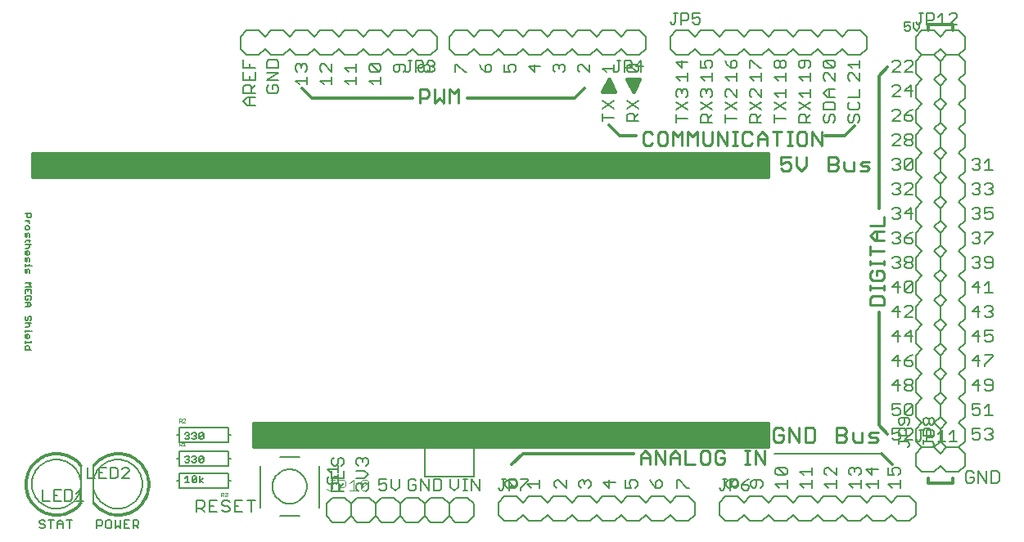
<source format=gto>
G75*
%MOIN*%
%OFA0B0*%
%FSLAX24Y24*%
%IPPOS*%
%LPD*%
%AMOC8*
5,1,8,0,0,1.08239X$1,22.5*
%
%ADD10C,0.0120*%
%ADD11C,0.0080*%
%ADD12C,0.0160*%
%ADD13C,0.0100*%
%ADD14C,0.0060*%
%ADD15C,0.0110*%
%ADD16C,0.0050*%
%ADD17C,0.0040*%
%ADD18C,0.0010*%
D10*
X020383Y006300D02*
X020833Y006750D01*
X025333Y006750D01*
X035333Y007900D02*
X035683Y007550D01*
X035333Y007900D02*
X035333Y012500D01*
X035333Y016750D02*
X035333Y022150D01*
X035683Y022500D01*
X037333Y024000D02*
X037333Y024250D01*
X038333Y024250D01*
X038333Y024000D01*
X034333Y020100D02*
X033933Y019700D01*
X033133Y019700D01*
X025433Y019700D02*
X024783Y019700D01*
X024333Y020150D01*
X022933Y021250D02*
X023333Y021650D01*
X022933Y021250D02*
X018583Y021250D01*
X016333Y021250D02*
X012233Y021250D01*
X011833Y021650D01*
X035433Y006750D02*
X035883Y006300D01*
X037333Y005750D02*
X037333Y005550D01*
X038333Y005550D01*
X038333Y005750D01*
D11*
X038083Y006000D02*
X037833Y006250D01*
X037583Y006000D01*
X037083Y006000D01*
X036833Y006250D01*
X036833Y006750D01*
X037083Y007000D01*
X037583Y007000D01*
X037833Y006750D01*
X038083Y007000D01*
X038583Y007000D01*
X038833Y006750D01*
X038833Y006250D01*
X038583Y006000D01*
X038083Y006000D01*
X038873Y005940D02*
X038873Y005620D01*
X038953Y005540D01*
X039114Y005540D01*
X039194Y005620D01*
X039194Y005780D01*
X039033Y005780D01*
X038873Y005940D02*
X038953Y006020D01*
X039114Y006020D01*
X039194Y005940D01*
X039389Y006020D02*
X039389Y005540D01*
X039709Y005540D02*
X039709Y006020D01*
X039905Y006020D02*
X040145Y006020D01*
X040225Y005940D01*
X040225Y005620D01*
X040145Y005540D01*
X039905Y005540D01*
X039905Y006020D01*
X039389Y006020D02*
X039709Y005540D01*
X038583Y007000D02*
X038083Y007000D01*
X037833Y007250D01*
X037583Y007000D01*
X037083Y007000D01*
X036833Y007250D01*
X036833Y007750D01*
X037083Y008000D01*
X036833Y008250D01*
X036833Y008750D01*
X037083Y009000D01*
X036833Y009250D01*
X036833Y009750D01*
X037083Y010000D01*
X036833Y010250D01*
X036833Y010750D01*
X037083Y011000D01*
X036833Y011250D01*
X036833Y011750D01*
X037083Y012000D01*
X036833Y012250D01*
X036833Y012750D01*
X037083Y013000D01*
X036833Y013250D01*
X036833Y013750D01*
X037083Y014000D01*
X036833Y014250D01*
X036833Y014750D01*
X037083Y015000D01*
X036833Y015250D01*
X036833Y015750D01*
X037083Y016000D01*
X036833Y016250D01*
X036833Y016750D01*
X037083Y017000D01*
X036833Y017250D01*
X036833Y017750D01*
X037083Y018000D01*
X036833Y018250D01*
X036833Y018750D01*
X037083Y019000D01*
X036833Y019250D01*
X036833Y019750D01*
X037083Y020000D01*
X036833Y020250D01*
X036833Y020750D01*
X037083Y021000D01*
X036833Y021250D01*
X036833Y021750D01*
X037083Y022000D01*
X036833Y022250D01*
X036833Y022750D01*
X037083Y023000D01*
X037583Y023000D01*
X037833Y023250D01*
X038083Y023000D01*
X038583Y023000D01*
X038833Y023250D01*
X038833Y023750D01*
X038583Y024000D01*
X038083Y024000D01*
X037833Y023750D01*
X037583Y024000D01*
X037083Y024000D01*
X036833Y023750D01*
X036833Y023250D01*
X037083Y023000D01*
X037583Y023000D01*
X037833Y022750D01*
X038083Y023000D01*
X038583Y023000D01*
X038833Y022750D01*
X038833Y022250D01*
X038583Y022000D01*
X038833Y021750D01*
X038833Y021250D01*
X038583Y021000D01*
X038833Y020750D01*
X038833Y020250D01*
X038583Y020000D01*
X038833Y019750D01*
X038833Y019250D01*
X038583Y019000D01*
X038833Y018750D01*
X038833Y018250D01*
X038583Y018000D01*
X038833Y017750D01*
X038833Y017250D01*
X038583Y017000D01*
X038833Y016750D01*
X038833Y016250D01*
X038583Y016000D01*
X038833Y015750D01*
X038833Y015250D01*
X038583Y015000D01*
X038833Y014750D01*
X038833Y014250D01*
X038583Y014000D01*
X038833Y013750D01*
X038833Y013250D01*
X038583Y013000D01*
X038833Y012750D01*
X038833Y012250D01*
X038583Y012000D01*
X038833Y011750D01*
X038833Y011250D01*
X038583Y011000D01*
X038833Y010750D01*
X038833Y010250D01*
X038583Y010000D01*
X038833Y009750D01*
X038833Y009250D01*
X038583Y009000D01*
X038833Y008750D01*
X038833Y008250D01*
X038583Y008000D01*
X038833Y007750D01*
X038833Y007250D01*
X038583Y007000D01*
X037833Y007250D02*
X037833Y007750D01*
X037583Y008000D01*
X037833Y008250D01*
X038083Y008000D01*
X037833Y007750D01*
X037833Y007250D01*
X036709Y007290D02*
X036389Y007290D01*
X036709Y007610D01*
X036709Y007690D01*
X036629Y007770D01*
X036469Y007770D01*
X036389Y007690D01*
X036194Y007770D02*
X035873Y007770D01*
X035873Y007530D01*
X036033Y007610D01*
X036114Y007610D01*
X036194Y007530D01*
X036194Y007370D01*
X036114Y007290D01*
X035953Y007290D01*
X035873Y007370D01*
X035433Y006750D02*
X031083Y006750D01*
X031193Y006176D02*
X031513Y005856D01*
X031593Y005936D01*
X031593Y006096D01*
X031513Y006176D01*
X031193Y006176D01*
X031113Y006096D01*
X031113Y005936D01*
X031193Y005856D01*
X031513Y005856D01*
X031593Y005660D02*
X031593Y005340D01*
X031593Y005500D02*
X031113Y005500D01*
X031273Y005340D01*
X031083Y005000D02*
X031583Y005000D01*
X031833Y004750D01*
X032083Y005000D01*
X032583Y005000D01*
X032833Y004750D01*
X033083Y005000D01*
X033583Y005000D01*
X033833Y004750D01*
X034083Y005000D01*
X034583Y005000D01*
X034833Y004750D01*
X035083Y005000D01*
X035583Y005000D01*
X035833Y004750D01*
X036083Y005000D01*
X036583Y005000D01*
X036833Y004750D01*
X036833Y004250D01*
X036583Y004000D01*
X036083Y004000D01*
X035833Y004250D01*
X035583Y004000D01*
X035083Y004000D01*
X034833Y004250D01*
X034583Y004000D01*
X034083Y004000D01*
X033833Y004250D01*
X033583Y004000D01*
X033083Y004000D01*
X032833Y004250D01*
X032583Y004000D01*
X032083Y004000D01*
X031833Y004250D01*
X031583Y004000D01*
X031083Y004000D01*
X030833Y004250D01*
X030583Y004000D01*
X030083Y004000D01*
X029833Y004250D01*
X029583Y004000D01*
X029083Y004000D01*
X028833Y004250D01*
X028833Y004750D01*
X029083Y005000D01*
X029583Y005000D01*
X029833Y004750D01*
X030083Y005000D01*
X030583Y005000D01*
X030833Y004750D01*
X031083Y005000D01*
X030593Y005420D02*
X030593Y005580D01*
X030513Y005660D01*
X030193Y005660D01*
X030113Y005580D01*
X030113Y005420D01*
X030193Y005340D01*
X030273Y005340D01*
X030353Y005420D01*
X030353Y005660D01*
X030593Y005420D02*
X030513Y005340D01*
X029593Y005420D02*
X029513Y005340D01*
X029433Y005340D01*
X029353Y005420D01*
X029353Y005580D01*
X029433Y005660D01*
X029513Y005660D01*
X029593Y005580D01*
X029593Y005420D01*
X029353Y005420D02*
X029273Y005340D01*
X029193Y005340D01*
X029113Y005420D01*
X029113Y005580D01*
X029193Y005660D01*
X029273Y005660D01*
X029353Y005580D01*
X027833Y004750D02*
X027833Y004250D01*
X027583Y004000D01*
X027083Y004000D01*
X026833Y004250D01*
X026583Y004000D01*
X026083Y004000D01*
X025833Y004250D01*
X025583Y004000D01*
X025083Y004000D01*
X024833Y004250D01*
X024583Y004000D01*
X024083Y004000D01*
X023833Y004250D01*
X023583Y004000D01*
X023083Y004000D01*
X022833Y004250D01*
X022583Y004000D01*
X022083Y004000D01*
X021833Y004250D01*
X021583Y004000D01*
X021083Y004000D01*
X020833Y004250D01*
X020583Y004000D01*
X020083Y004000D01*
X019833Y004250D01*
X019833Y004750D01*
X020083Y005000D01*
X020583Y005000D01*
X020833Y004750D01*
X021083Y005000D01*
X021583Y005000D01*
X021833Y004750D01*
X022083Y005000D01*
X022583Y005000D01*
X022833Y004750D01*
X023083Y005000D01*
X023583Y005000D01*
X023833Y004750D01*
X024083Y005000D01*
X024583Y005000D01*
X024833Y004750D01*
X025083Y005000D01*
X025583Y005000D01*
X025833Y004750D01*
X026083Y005000D01*
X026583Y005000D01*
X026833Y004750D01*
X027083Y005000D01*
X027583Y005000D01*
X027833Y004750D01*
X027593Y005340D02*
X027513Y005340D01*
X027193Y005660D01*
X027113Y005660D01*
X027113Y005340D01*
X026493Y005420D02*
X026493Y005580D01*
X026413Y005660D01*
X026333Y005660D01*
X026253Y005580D01*
X026253Y005340D01*
X026413Y005340D01*
X026493Y005420D01*
X026253Y005340D02*
X026093Y005500D01*
X026013Y005660D01*
X025493Y005580D02*
X025493Y005420D01*
X025413Y005340D01*
X025253Y005340D02*
X025173Y005500D01*
X025173Y005580D01*
X025253Y005660D01*
X025413Y005660D01*
X025493Y005580D01*
X025253Y005340D02*
X025013Y005340D01*
X025013Y005660D01*
X024593Y005580D02*
X024113Y005580D01*
X024353Y005340D01*
X024353Y005660D01*
X023593Y005580D02*
X023593Y005420D01*
X023513Y005340D01*
X023353Y005500D02*
X023353Y005580D01*
X023433Y005660D01*
X023513Y005660D01*
X023593Y005580D01*
X023353Y005580D02*
X023273Y005660D01*
X023193Y005660D01*
X023113Y005580D01*
X023113Y005420D01*
X023193Y005340D01*
X022593Y005340D02*
X022593Y005660D01*
X022593Y005340D02*
X022273Y005660D01*
X022193Y005660D01*
X022113Y005580D01*
X022113Y005420D01*
X022193Y005340D01*
X021493Y005340D02*
X021493Y005660D01*
X021493Y005500D02*
X021013Y005500D01*
X021173Y005340D01*
X020593Y005420D02*
X020513Y005340D01*
X020193Y005660D01*
X020513Y005660D01*
X020593Y005580D01*
X020593Y005420D01*
X020513Y005340D02*
X020193Y005340D01*
X020113Y005420D01*
X020113Y005580D01*
X020193Y005660D01*
X019068Y005702D02*
X019068Y005222D01*
X018748Y005702D01*
X018748Y005222D01*
X018564Y005222D02*
X018404Y005222D01*
X018484Y005222D02*
X018484Y005702D01*
X018404Y005702D02*
X018564Y005702D01*
X018208Y005702D02*
X018208Y005382D01*
X018048Y005222D01*
X017888Y005382D01*
X017888Y005702D01*
X017520Y005622D02*
X017520Y005302D01*
X017440Y005222D01*
X017199Y005222D01*
X017199Y005702D01*
X017440Y005702D01*
X017520Y005622D01*
X017004Y005702D02*
X017004Y005222D01*
X016684Y005702D01*
X016684Y005222D01*
X016488Y005302D02*
X016408Y005222D01*
X016248Y005222D01*
X016168Y005302D01*
X016168Y005622D01*
X016248Y005702D01*
X016408Y005702D01*
X016488Y005622D01*
X016488Y005462D02*
X016328Y005462D01*
X016488Y005462D02*
X016488Y005302D01*
X016583Y004950D02*
X016083Y004950D01*
X015833Y004700D01*
X015833Y004200D01*
X015583Y003950D01*
X015083Y003950D01*
X014833Y004200D01*
X014833Y004700D01*
X015083Y004950D01*
X015583Y004950D01*
X015833Y004700D01*
X015833Y004200D02*
X016083Y003950D01*
X016583Y003950D01*
X016833Y004200D01*
X016833Y004700D01*
X017083Y004950D01*
X017583Y004950D01*
X017833Y004700D01*
X017833Y004200D01*
X017583Y003950D01*
X017083Y003950D01*
X016833Y004200D01*
X016833Y004700D02*
X016583Y004950D01*
X015804Y005382D02*
X015804Y005702D01*
X015804Y005382D02*
X015644Y005222D01*
X015484Y005382D01*
X015484Y005702D01*
X015288Y005702D02*
X014968Y005702D01*
X014968Y005462D01*
X015128Y005542D01*
X015208Y005542D01*
X015288Y005462D01*
X015288Y005302D01*
X015208Y005222D01*
X015048Y005222D01*
X014968Y005302D01*
X014532Y005295D02*
X014452Y005215D01*
X014532Y005295D02*
X014532Y005455D01*
X014452Y005535D01*
X014371Y005535D01*
X014291Y005455D01*
X014291Y005375D01*
X014291Y005455D02*
X014211Y005535D01*
X014131Y005535D01*
X014051Y005455D01*
X014051Y005295D01*
X014131Y005215D01*
X014083Y004950D02*
X014583Y004950D01*
X014833Y004700D01*
X014833Y004200D02*
X014583Y003950D01*
X014083Y003950D01*
X013833Y004200D01*
X013833Y004700D01*
X014083Y004950D01*
X013833Y004700D02*
X013583Y004950D01*
X013083Y004950D01*
X012833Y004700D01*
X012833Y004200D01*
X013083Y003950D01*
X013583Y003950D01*
X013833Y004200D01*
X012533Y004550D02*
X012533Y006250D01*
X013051Y006326D02*
X013131Y006246D01*
X013211Y006246D01*
X013291Y006326D01*
X013291Y006486D01*
X013371Y006566D01*
X013452Y006566D01*
X013532Y006486D01*
X013532Y006326D01*
X013452Y006246D01*
X013532Y006051D02*
X013532Y005730D01*
X013051Y005730D01*
X013051Y006051D01*
X013051Y006326D02*
X013051Y006486D01*
X013131Y006566D01*
X014051Y006486D02*
X014131Y006566D01*
X014211Y006566D01*
X014291Y006486D01*
X014371Y006566D01*
X014452Y006566D01*
X014532Y006486D01*
X014532Y006326D01*
X014452Y006246D01*
X014371Y006051D02*
X014051Y006051D01*
X014131Y006246D02*
X014051Y006326D01*
X014051Y006486D01*
X014291Y006486D02*
X014291Y006406D01*
X014371Y006051D02*
X014532Y005891D01*
X014371Y005730D01*
X014051Y005730D01*
X013532Y005535D02*
X013371Y005375D01*
X013371Y005455D02*
X013371Y005215D01*
X013532Y005215D02*
X013051Y005215D01*
X013051Y005455D01*
X013131Y005535D01*
X013291Y005535D01*
X013371Y005455D01*
X013291Y005730D02*
X013291Y005891D01*
X011738Y006600D02*
X010933Y006600D01*
X010133Y006250D02*
X010133Y004550D01*
X009931Y004832D02*
X009611Y004832D01*
X009771Y004832D02*
X009771Y004352D01*
X009415Y004352D02*
X009095Y004352D01*
X009095Y004832D01*
X009415Y004832D01*
X009255Y004592D02*
X009095Y004592D01*
X008900Y004512D02*
X008900Y004432D01*
X008820Y004352D01*
X008659Y004352D01*
X008579Y004432D01*
X008659Y004592D02*
X008579Y004672D01*
X008579Y004752D01*
X008659Y004832D01*
X008820Y004832D01*
X008900Y004752D01*
X008820Y004592D02*
X008900Y004512D01*
X008820Y004592D02*
X008659Y004592D01*
X008384Y004832D02*
X008064Y004832D01*
X008064Y004352D01*
X008384Y004352D01*
X008224Y004592D02*
X008064Y004592D01*
X007868Y004592D02*
X007788Y004512D01*
X007548Y004512D01*
X007548Y004352D02*
X007548Y004832D01*
X007788Y004832D01*
X007868Y004752D01*
X007868Y004592D01*
X007708Y004512D02*
X007868Y004352D01*
X008833Y005350D02*
X006833Y005350D01*
X006833Y005650D01*
X006733Y005650D01*
X006833Y005650D02*
X006833Y005950D01*
X008833Y005950D01*
X008833Y005650D01*
X008933Y005650D01*
X008833Y005650D02*
X008833Y005350D01*
X008833Y006250D02*
X006833Y006250D01*
X006833Y006550D01*
X006733Y006550D01*
X006833Y006550D02*
X006833Y006850D01*
X008833Y006850D01*
X008833Y006550D01*
X008933Y006550D01*
X008833Y006550D02*
X008833Y006250D01*
X008833Y007200D02*
X006833Y007200D01*
X006833Y007500D01*
X006733Y007500D01*
X006833Y007500D02*
X006833Y007800D01*
X008833Y007800D01*
X008833Y007500D01*
X008933Y007500D01*
X008833Y007500D02*
X008833Y007200D01*
X010633Y005400D02*
X010635Y005452D01*
X010641Y005504D01*
X010651Y005556D01*
X010664Y005606D01*
X010681Y005656D01*
X010702Y005704D01*
X010727Y005750D01*
X010755Y005794D01*
X010786Y005836D01*
X010820Y005876D01*
X010857Y005913D01*
X010897Y005947D01*
X010939Y005978D01*
X010983Y006006D01*
X011029Y006031D01*
X011077Y006052D01*
X011127Y006069D01*
X011177Y006082D01*
X011229Y006092D01*
X011281Y006098D01*
X011333Y006100D01*
X011385Y006098D01*
X011437Y006092D01*
X011489Y006082D01*
X011539Y006069D01*
X011589Y006052D01*
X011637Y006031D01*
X011683Y006006D01*
X011727Y005978D01*
X011769Y005947D01*
X011809Y005913D01*
X011846Y005876D01*
X011880Y005836D01*
X011911Y005794D01*
X011939Y005750D01*
X011964Y005704D01*
X011985Y005656D01*
X012002Y005606D01*
X012015Y005556D01*
X012025Y005504D01*
X012031Y005452D01*
X012033Y005400D01*
X012031Y005348D01*
X012025Y005296D01*
X012015Y005244D01*
X012002Y005194D01*
X011985Y005144D01*
X011964Y005096D01*
X011939Y005050D01*
X011911Y005006D01*
X011880Y004964D01*
X011846Y004924D01*
X011809Y004887D01*
X011769Y004853D01*
X011727Y004822D01*
X011683Y004794D01*
X011637Y004769D01*
X011589Y004748D01*
X011539Y004731D01*
X011489Y004718D01*
X011437Y004708D01*
X011385Y004702D01*
X011333Y004700D01*
X011281Y004702D01*
X011229Y004708D01*
X011177Y004718D01*
X011127Y004731D01*
X011077Y004748D01*
X011029Y004769D01*
X010983Y004794D01*
X010939Y004822D01*
X010897Y004853D01*
X010857Y004887D01*
X010820Y004924D01*
X010786Y004964D01*
X010755Y005006D01*
X010727Y005050D01*
X010702Y005096D01*
X010681Y005144D01*
X010664Y005194D01*
X010651Y005244D01*
X010641Y005296D01*
X010635Y005348D01*
X010633Y005400D01*
X010933Y004200D02*
X011726Y004200D01*
X017833Y004200D02*
X018083Y003950D01*
X018583Y003950D01*
X018833Y004200D01*
X018833Y004700D01*
X018583Y004950D01*
X018083Y004950D01*
X017833Y004700D01*
X032113Y005500D02*
X032593Y005500D01*
X032593Y005340D02*
X032593Y005660D01*
X032593Y005856D02*
X032593Y006176D01*
X032593Y006016D02*
X032113Y006016D01*
X032273Y005856D01*
X032113Y005500D02*
X032273Y005340D01*
X033113Y005500D02*
X033273Y005340D01*
X033113Y005500D02*
X033593Y005500D01*
X033593Y005340D02*
X033593Y005660D01*
X033593Y005856D02*
X033273Y006176D01*
X033193Y006176D01*
X033113Y006096D01*
X033113Y005936D01*
X033193Y005856D01*
X033593Y005856D02*
X033593Y006176D01*
X034113Y006096D02*
X034113Y005936D01*
X034193Y005856D01*
X034353Y006016D02*
X034353Y006096D01*
X034433Y006176D01*
X034513Y006176D01*
X034593Y006096D01*
X034593Y005936D01*
X034513Y005856D01*
X034593Y005660D02*
X034593Y005340D01*
X034593Y005500D02*
X034113Y005500D01*
X034273Y005340D01*
X034813Y005500D02*
X035293Y005500D01*
X035293Y005340D02*
X035293Y005660D01*
X035053Y005856D02*
X035053Y006176D01*
X034813Y006096D02*
X035053Y005856D01*
X035293Y006096D02*
X034813Y006096D01*
X034353Y006096D02*
X034273Y006176D01*
X034193Y006176D01*
X034113Y006096D01*
X034813Y005500D02*
X034973Y005340D01*
X035713Y005500D02*
X035873Y005340D01*
X035713Y005500D02*
X036193Y005500D01*
X036193Y005340D02*
X036193Y005660D01*
X036113Y005856D02*
X036193Y005936D01*
X036193Y006096D01*
X036113Y006176D01*
X035953Y006176D01*
X035873Y006096D01*
X035873Y006016D01*
X035953Y005856D01*
X035713Y005856D01*
X035713Y006176D01*
X039123Y007370D02*
X039203Y007290D01*
X039364Y007290D01*
X039444Y007370D01*
X039444Y007530D01*
X039364Y007610D01*
X039283Y007610D01*
X039123Y007530D01*
X039123Y007770D01*
X039444Y007770D01*
X039639Y007690D02*
X039719Y007770D01*
X039879Y007770D01*
X039959Y007690D01*
X039959Y007610D01*
X039879Y007530D01*
X039959Y007450D01*
X039959Y007370D01*
X039879Y007290D01*
X039719Y007290D01*
X039639Y007370D01*
X039799Y007530D02*
X039879Y007530D01*
X039799Y008290D02*
X039799Y008770D01*
X039639Y008610D01*
X039444Y008530D02*
X039444Y008370D01*
X039364Y008290D01*
X039203Y008290D01*
X039123Y008370D01*
X039123Y008530D02*
X039283Y008610D01*
X039364Y008610D01*
X039444Y008530D01*
X039444Y008770D02*
X039123Y008770D01*
X039123Y008530D01*
X039639Y008290D02*
X039959Y008290D01*
X039879Y009290D02*
X039959Y009370D01*
X039959Y009690D01*
X039879Y009770D01*
X039719Y009770D01*
X039639Y009690D01*
X039639Y009610D01*
X039719Y009530D01*
X039959Y009530D01*
X039879Y009290D02*
X039719Y009290D01*
X039639Y009370D01*
X039444Y009530D02*
X039123Y009530D01*
X039364Y009770D01*
X039364Y009290D01*
X038083Y009000D02*
X037833Y008750D01*
X037583Y009000D01*
X037833Y009250D01*
X038083Y009000D01*
X037833Y008750D02*
X037833Y008250D01*
X037833Y008750D01*
X037833Y009250D02*
X037833Y009750D01*
X037583Y010000D01*
X037833Y010250D01*
X038083Y010000D01*
X037833Y009750D01*
X037833Y009250D01*
X036709Y009370D02*
X036629Y009290D01*
X036469Y009290D01*
X036389Y009370D01*
X036389Y009450D01*
X036469Y009530D01*
X036629Y009530D01*
X036709Y009450D01*
X036709Y009370D01*
X036629Y009530D02*
X036709Y009610D01*
X036709Y009690D01*
X036629Y009770D01*
X036469Y009770D01*
X036389Y009690D01*
X036389Y009610D01*
X036469Y009530D01*
X036194Y009530D02*
X035873Y009530D01*
X036114Y009770D01*
X036114Y009290D01*
X036194Y008770D02*
X035873Y008770D01*
X035873Y008530D01*
X036033Y008610D01*
X036114Y008610D01*
X036194Y008530D01*
X036194Y008370D01*
X036114Y008290D01*
X035953Y008290D01*
X035873Y008370D01*
X036389Y008370D02*
X036389Y008690D01*
X036469Y008770D01*
X036629Y008770D01*
X036709Y008690D01*
X036389Y008370D01*
X036469Y008290D01*
X036629Y008290D01*
X036709Y008370D01*
X036709Y008690D01*
X036629Y010290D02*
X036469Y010290D01*
X036389Y010370D01*
X036389Y010530D01*
X036629Y010530D01*
X036709Y010450D01*
X036709Y010370D01*
X036629Y010290D01*
X036389Y010530D02*
X036549Y010690D01*
X036709Y010770D01*
X036194Y010530D02*
X035873Y010530D01*
X036114Y010770D01*
X036114Y010290D01*
X037583Y011000D02*
X037833Y011250D01*
X038083Y011000D01*
X037833Y010750D01*
X037583Y011000D01*
X037833Y010750D02*
X037833Y010250D01*
X037833Y010750D01*
X037833Y011250D02*
X037833Y011750D01*
X037583Y012000D01*
X037833Y012250D01*
X038083Y012000D01*
X037833Y011750D01*
X037833Y011250D01*
X036709Y011530D02*
X036389Y011530D01*
X036629Y011770D01*
X036629Y011290D01*
X036194Y011530D02*
X035873Y011530D01*
X036114Y011770D01*
X036114Y011290D01*
X036114Y012290D02*
X036114Y012770D01*
X035873Y012530D01*
X036194Y012530D01*
X036389Y012690D02*
X036469Y012770D01*
X036629Y012770D01*
X036709Y012690D01*
X036709Y012610D01*
X036389Y012290D01*
X036709Y012290D01*
X037833Y012250D02*
X037833Y012750D01*
X037583Y013000D01*
X037833Y013250D01*
X038083Y013000D01*
X037833Y012750D01*
X037833Y012250D01*
X037833Y013250D02*
X037833Y013750D01*
X037583Y014000D01*
X037833Y014250D01*
X038083Y014000D01*
X037833Y013750D01*
X037833Y013250D01*
X036709Y013370D02*
X036629Y013290D01*
X036469Y013290D01*
X036389Y013370D01*
X036709Y013690D01*
X036709Y013370D01*
X036389Y013370D02*
X036389Y013690D01*
X036469Y013770D01*
X036629Y013770D01*
X036709Y013690D01*
X036194Y013530D02*
X035873Y013530D01*
X036114Y013770D01*
X036114Y013290D01*
X036114Y014290D02*
X035953Y014290D01*
X035873Y014370D01*
X036033Y014530D02*
X036114Y014530D01*
X036194Y014450D01*
X036194Y014370D01*
X036114Y014290D01*
X036114Y014530D02*
X036194Y014610D01*
X036194Y014690D01*
X036114Y014770D01*
X035953Y014770D01*
X035873Y014690D01*
X036389Y014690D02*
X036469Y014770D01*
X036629Y014770D01*
X036709Y014690D01*
X036709Y014610D01*
X036629Y014530D01*
X036469Y014530D01*
X036389Y014610D01*
X036389Y014690D01*
X036469Y014530D02*
X036389Y014450D01*
X036389Y014370D01*
X036469Y014290D01*
X036629Y014290D01*
X036709Y014370D01*
X036709Y014450D01*
X036629Y014530D01*
X037583Y015000D02*
X037833Y015250D01*
X038083Y015000D01*
X037833Y014750D01*
X037583Y015000D01*
X037833Y014750D02*
X037833Y014250D01*
X037833Y014750D01*
X037833Y015250D02*
X037833Y015750D01*
X037583Y016000D01*
X037833Y016250D01*
X038083Y016000D01*
X037833Y015750D01*
X037833Y015250D01*
X036709Y015370D02*
X036709Y015450D01*
X036629Y015530D01*
X036389Y015530D01*
X036389Y015370D01*
X036469Y015290D01*
X036629Y015290D01*
X036709Y015370D01*
X036549Y015690D02*
X036389Y015530D01*
X036194Y015450D02*
X036114Y015530D01*
X036033Y015530D01*
X036114Y015530D02*
X036194Y015610D01*
X036194Y015690D01*
X036114Y015770D01*
X035953Y015770D01*
X035873Y015690D01*
X035873Y015370D02*
X035953Y015290D01*
X036114Y015290D01*
X036194Y015370D01*
X036194Y015450D01*
X036549Y015690D02*
X036709Y015770D01*
X036629Y016290D02*
X036629Y016770D01*
X036389Y016530D01*
X036709Y016530D01*
X036194Y016450D02*
X036194Y016370D01*
X036114Y016290D01*
X035953Y016290D01*
X035873Y016370D01*
X036033Y016530D02*
X036114Y016530D01*
X036194Y016450D01*
X036114Y016530D02*
X036194Y016610D01*
X036194Y016690D01*
X036114Y016770D01*
X035953Y016770D01*
X035873Y016690D01*
X035953Y017290D02*
X035873Y017370D01*
X035953Y017290D02*
X036114Y017290D01*
X036194Y017370D01*
X036194Y017450D01*
X036114Y017530D01*
X036033Y017530D01*
X036114Y017530D02*
X036194Y017610D01*
X036194Y017690D01*
X036114Y017770D01*
X035953Y017770D01*
X035873Y017690D01*
X036389Y017690D02*
X036469Y017770D01*
X036629Y017770D01*
X036709Y017690D01*
X036709Y017610D01*
X036389Y017290D01*
X036709Y017290D01*
X037583Y017000D02*
X037833Y017250D01*
X038083Y017000D01*
X037833Y016750D01*
X037583Y017000D01*
X037833Y016750D02*
X037833Y016250D01*
X037833Y016750D01*
X037833Y017250D02*
X037833Y017750D01*
X037583Y018000D01*
X037833Y018250D01*
X038083Y018000D01*
X037833Y017750D01*
X037833Y017250D01*
X037833Y018250D02*
X037833Y018750D01*
X037583Y019000D01*
X037833Y019250D01*
X038083Y019000D01*
X037833Y018750D01*
X037833Y018250D01*
X036709Y018370D02*
X036629Y018290D01*
X036469Y018290D01*
X036389Y018370D01*
X036709Y018690D01*
X036709Y018370D01*
X036389Y018370D02*
X036389Y018690D01*
X036469Y018770D01*
X036629Y018770D01*
X036709Y018690D01*
X036194Y018690D02*
X036114Y018770D01*
X035953Y018770D01*
X035873Y018690D01*
X036033Y018530D02*
X036114Y018530D01*
X036194Y018450D01*
X036194Y018370D01*
X036114Y018290D01*
X035953Y018290D01*
X035873Y018370D01*
X036114Y018530D02*
X036194Y018610D01*
X036194Y018690D01*
X036194Y019290D02*
X035873Y019290D01*
X036194Y019610D01*
X036194Y019690D01*
X036114Y019770D01*
X035953Y019770D01*
X035873Y019690D01*
X036389Y019690D02*
X036469Y019770D01*
X036629Y019770D01*
X036709Y019690D01*
X036709Y019610D01*
X036629Y019530D01*
X036469Y019530D01*
X036389Y019610D01*
X036389Y019690D01*
X036469Y019530D02*
X036389Y019450D01*
X036389Y019370D01*
X036469Y019290D01*
X036629Y019290D01*
X036709Y019370D01*
X036709Y019450D01*
X036629Y019530D01*
X037583Y020000D02*
X037833Y020250D01*
X038083Y020000D01*
X037833Y019750D01*
X037583Y020000D01*
X037833Y019750D02*
X037833Y019250D01*
X037833Y019750D01*
X037833Y020250D02*
X037833Y020750D01*
X037583Y021000D01*
X037833Y021250D01*
X038083Y021000D01*
X037833Y020750D01*
X037833Y020250D01*
X036709Y020370D02*
X036709Y020450D01*
X036629Y020530D01*
X036389Y020530D01*
X036389Y020370D01*
X036469Y020290D01*
X036629Y020290D01*
X036709Y020370D01*
X036549Y020690D02*
X036389Y020530D01*
X036194Y020610D02*
X036194Y020690D01*
X036114Y020770D01*
X035953Y020770D01*
X035873Y020690D01*
X036194Y020610D02*
X035873Y020290D01*
X036194Y020290D01*
X036549Y020690D02*
X036709Y020770D01*
X036629Y021290D02*
X036629Y021770D01*
X036389Y021530D01*
X036709Y021530D01*
X036194Y021610D02*
X036194Y021690D01*
X036114Y021770D01*
X035953Y021770D01*
X035873Y021690D01*
X036194Y021610D02*
X035873Y021290D01*
X036194Y021290D01*
X037583Y022000D02*
X037833Y022250D01*
X038083Y022000D01*
X037833Y021750D01*
X037583Y022000D01*
X037833Y021750D02*
X037833Y021250D01*
X037833Y021750D01*
X037833Y022250D02*
X037833Y022750D01*
X037833Y022250D01*
X036709Y022290D02*
X036389Y022290D01*
X036709Y022610D01*
X036709Y022690D01*
X036629Y022770D01*
X036469Y022770D01*
X036389Y022690D01*
X036194Y022690D02*
X036114Y022770D01*
X035953Y022770D01*
X035873Y022690D01*
X036194Y022690D02*
X036194Y022610D01*
X035873Y022290D01*
X036194Y022290D01*
X034543Y022260D02*
X034543Y021940D01*
X034223Y022260D01*
X034143Y022260D01*
X034063Y022180D01*
X034063Y022020D01*
X034143Y021940D01*
X034543Y021592D02*
X034543Y021271D01*
X034063Y021271D01*
X034143Y021076D02*
X034063Y020996D01*
X034063Y020836D01*
X034143Y020756D01*
X034463Y020756D01*
X034543Y020836D01*
X034543Y020996D01*
X034463Y021076D01*
X034463Y020560D02*
X034383Y020560D01*
X034303Y020480D01*
X034303Y020320D01*
X034223Y020240D01*
X034143Y020240D01*
X034063Y020320D01*
X034063Y020480D01*
X034143Y020560D01*
X034463Y020560D02*
X034543Y020480D01*
X034543Y020320D01*
X034463Y020240D01*
X033543Y020320D02*
X033463Y020240D01*
X033543Y020320D02*
X033543Y020480D01*
X033463Y020560D01*
X033383Y020560D01*
X033303Y020480D01*
X033303Y020320D01*
X033223Y020240D01*
X033143Y020240D01*
X033063Y020320D01*
X033063Y020480D01*
X033143Y020560D01*
X033063Y020756D02*
X033063Y020996D01*
X033143Y021076D01*
X033463Y021076D01*
X033543Y020996D01*
X033543Y020756D01*
X033063Y020756D01*
X032543Y020756D02*
X032063Y021076D01*
X032223Y021271D02*
X032063Y021431D01*
X032543Y021431D01*
X032543Y021271D02*
X032543Y021592D01*
X032543Y021940D02*
X032543Y022260D01*
X032543Y022100D02*
X032063Y022100D01*
X032223Y021940D01*
X031543Y021940D02*
X031543Y022260D01*
X031543Y022100D02*
X031063Y022100D01*
X031223Y021940D01*
X031543Y021592D02*
X031543Y021271D01*
X031543Y021431D02*
X031063Y021431D01*
X031223Y021271D01*
X031063Y021076D02*
X031543Y020756D01*
X031543Y021076D02*
X031063Y020756D01*
X031063Y020560D02*
X031063Y020240D01*
X031063Y020400D02*
X031543Y020400D01*
X032063Y020480D02*
X032143Y020560D01*
X032303Y020560D01*
X032383Y020480D01*
X032383Y020240D01*
X032383Y020400D02*
X032543Y020560D01*
X032543Y020240D02*
X032063Y020240D01*
X032063Y020480D01*
X032063Y020756D02*
X032543Y021076D01*
X033063Y021431D02*
X033223Y021592D01*
X033543Y021592D01*
X033303Y021592D02*
X033303Y021271D01*
X033223Y021271D02*
X033063Y021431D01*
X033223Y021271D02*
X033543Y021271D01*
X033543Y021940D02*
X033223Y022260D01*
X033143Y022260D01*
X033063Y022180D01*
X033063Y022020D01*
X033143Y021940D01*
X033543Y021940D02*
X033543Y022260D01*
X033463Y022456D02*
X033543Y022536D01*
X033543Y022696D01*
X033463Y022776D01*
X033143Y022776D01*
X033463Y022456D01*
X033143Y022456D01*
X033063Y022536D01*
X033063Y022696D01*
X033143Y022776D01*
X033083Y023000D02*
X033583Y023000D01*
X033833Y023250D01*
X034083Y023000D01*
X034583Y023000D01*
X034833Y023250D01*
X034833Y023750D01*
X034583Y024000D01*
X034083Y024000D01*
X033833Y023750D01*
X033583Y024000D01*
X033083Y024000D01*
X032833Y023750D01*
X032583Y024000D01*
X032083Y024000D01*
X031833Y023750D01*
X031583Y024000D01*
X031083Y024000D01*
X030833Y023750D01*
X030583Y024000D01*
X030083Y024000D01*
X029833Y023750D01*
X029583Y024000D01*
X029083Y024000D01*
X028833Y023750D01*
X028583Y024000D01*
X028083Y024000D01*
X027833Y023750D01*
X027583Y024000D01*
X027083Y024000D01*
X026833Y023750D01*
X026833Y023250D01*
X027083Y023000D01*
X027583Y023000D01*
X027833Y023250D01*
X028083Y023000D01*
X028583Y023000D01*
X028833Y023250D01*
X029083Y023000D01*
X029583Y023000D01*
X029833Y023250D01*
X030083Y023000D01*
X030583Y023000D01*
X030833Y023250D01*
X031083Y023000D01*
X031583Y023000D01*
X031833Y023250D01*
X032083Y023000D01*
X032583Y023000D01*
X032833Y023250D01*
X033083Y023000D01*
X032543Y022696D02*
X032463Y022776D01*
X032143Y022776D01*
X032063Y022696D01*
X032063Y022536D01*
X032143Y022456D01*
X032223Y022456D01*
X032303Y022536D01*
X032303Y022776D01*
X032543Y022696D02*
X032543Y022536D01*
X032463Y022456D01*
X031543Y022536D02*
X031463Y022456D01*
X031383Y022456D01*
X031303Y022536D01*
X031303Y022696D01*
X031383Y022776D01*
X031463Y022776D01*
X031543Y022696D01*
X031543Y022536D01*
X031303Y022536D02*
X031223Y022456D01*
X031143Y022456D01*
X031063Y022536D01*
X031063Y022696D01*
X031143Y022776D01*
X031223Y022776D01*
X031303Y022696D01*
X030543Y022456D02*
X030463Y022456D01*
X030143Y022776D01*
X030063Y022776D01*
X030063Y022456D01*
X030063Y022100D02*
X030543Y022100D01*
X030543Y021940D02*
X030543Y022260D01*
X030223Y021940D02*
X030063Y022100D01*
X029543Y022100D02*
X029063Y022100D01*
X029223Y021940D01*
X029543Y021940D02*
X029543Y022260D01*
X029463Y022456D02*
X029543Y022536D01*
X029543Y022696D01*
X029463Y022776D01*
X029383Y022776D01*
X029303Y022696D01*
X029303Y022456D01*
X029463Y022456D01*
X029303Y022456D02*
X029143Y022616D01*
X029063Y022776D01*
X028543Y022696D02*
X028543Y022536D01*
X028463Y022456D01*
X028303Y022456D02*
X028223Y022616D01*
X028223Y022696D01*
X028303Y022776D01*
X028463Y022776D01*
X028543Y022696D01*
X028303Y022456D02*
X028063Y022456D01*
X028063Y022776D01*
X027543Y022696D02*
X027063Y022696D01*
X027303Y022456D01*
X027303Y022776D01*
X027543Y022260D02*
X027543Y021940D01*
X027543Y022100D02*
X027063Y022100D01*
X027223Y021940D01*
X027223Y021592D02*
X027303Y021511D01*
X027383Y021592D01*
X027463Y021592D01*
X027543Y021511D01*
X027543Y021351D01*
X027463Y021271D01*
X027543Y021076D02*
X027063Y020756D01*
X027063Y020560D02*
X027063Y020240D01*
X027063Y020400D02*
X027543Y020400D01*
X028063Y020480D02*
X028143Y020560D01*
X028303Y020560D01*
X028383Y020480D01*
X028383Y020240D01*
X028383Y020400D02*
X028543Y020560D01*
X028543Y020756D02*
X028063Y021076D01*
X028143Y021271D02*
X028063Y021351D01*
X028063Y021511D01*
X028143Y021592D01*
X028223Y021592D01*
X028303Y021511D01*
X028383Y021592D01*
X028463Y021592D01*
X028543Y021511D01*
X028543Y021351D01*
X028463Y021271D01*
X028543Y021076D02*
X028063Y020756D01*
X027543Y020756D02*
X027063Y021076D01*
X027143Y021271D02*
X027063Y021351D01*
X027063Y021511D01*
X027143Y021592D01*
X027223Y021592D01*
X027303Y021511D02*
X027303Y021431D01*
X028303Y021431D02*
X028303Y021511D01*
X028223Y021940D02*
X028063Y022100D01*
X028543Y022100D01*
X028543Y021940D02*
X028543Y022260D01*
X029143Y021592D02*
X029063Y021511D01*
X029063Y021351D01*
X029143Y021271D01*
X029063Y021076D02*
X029543Y020756D01*
X029543Y021076D02*
X029063Y020756D01*
X029063Y020560D02*
X029063Y020240D01*
X029063Y020400D02*
X029543Y020400D01*
X030063Y020480D02*
X030143Y020560D01*
X030303Y020560D01*
X030383Y020480D01*
X030383Y020240D01*
X030383Y020400D02*
X030543Y020560D01*
X030543Y020756D02*
X030063Y021076D01*
X030143Y021271D02*
X030063Y021351D01*
X030063Y021511D01*
X030143Y021592D01*
X030223Y021592D01*
X030543Y021271D01*
X030543Y021592D01*
X030543Y021076D02*
X030063Y020756D01*
X030063Y020480D02*
X030063Y020240D01*
X030543Y020240D01*
X029543Y021271D02*
X029223Y021592D01*
X029143Y021592D01*
X029543Y021592D02*
X029543Y021271D01*
X028543Y020240D02*
X028063Y020240D01*
X028063Y020480D01*
X025543Y020610D02*
X025383Y020450D01*
X025383Y020530D02*
X025383Y020290D01*
X025543Y020290D02*
X025063Y020290D01*
X025063Y020530D01*
X025143Y020610D01*
X025303Y020610D01*
X025383Y020530D01*
X025543Y020806D02*
X025063Y021126D01*
X025063Y020806D02*
X025543Y021126D01*
X024543Y021126D02*
X024063Y020806D01*
X024063Y020610D02*
X024063Y020290D01*
X024063Y020450D02*
X024543Y020450D01*
X024543Y020806D02*
X024063Y021126D01*
X024223Y022290D02*
X024063Y022450D01*
X024543Y022450D01*
X024543Y022290D02*
X024543Y022610D01*
X025063Y022530D02*
X025063Y022370D01*
X025143Y022290D01*
X025463Y022290D01*
X025143Y022610D01*
X025463Y022610D01*
X025543Y022530D01*
X025543Y022370D01*
X025463Y022290D01*
X025143Y022610D02*
X025063Y022530D01*
X025083Y023000D02*
X024833Y023250D01*
X024583Y023000D01*
X024083Y023000D01*
X023833Y023250D01*
X023583Y023000D01*
X023083Y023000D01*
X022833Y023250D01*
X022583Y023000D01*
X022083Y023000D01*
X021833Y023250D01*
X021583Y023000D01*
X021083Y023000D01*
X020833Y023250D01*
X020583Y023000D01*
X020083Y023000D01*
X019833Y023250D01*
X019583Y023000D01*
X019083Y023000D01*
X018833Y023250D01*
X018583Y023000D01*
X018083Y023000D01*
X017833Y023250D01*
X017833Y023750D01*
X018083Y024000D01*
X018583Y024000D01*
X018833Y023750D01*
X019083Y024000D01*
X019583Y024000D01*
X019833Y023750D01*
X020083Y024000D01*
X020583Y024000D01*
X020833Y023750D01*
X021083Y024000D01*
X021583Y024000D01*
X021833Y023750D01*
X022083Y024000D01*
X022583Y024000D01*
X022833Y023750D01*
X023083Y024000D01*
X023583Y024000D01*
X023833Y023750D01*
X024083Y024000D01*
X024583Y024000D01*
X024833Y023750D01*
X025083Y024000D01*
X025583Y024000D01*
X025833Y023750D01*
X025833Y023250D01*
X025583Y023000D01*
X025083Y023000D01*
X023543Y022610D02*
X023543Y022290D01*
X023223Y022610D01*
X023143Y022610D01*
X023063Y022530D01*
X023063Y022370D01*
X023143Y022290D01*
X022543Y022370D02*
X022543Y022530D01*
X022463Y022610D01*
X022383Y022610D01*
X022303Y022530D01*
X022303Y022450D01*
X022303Y022530D02*
X022223Y022610D01*
X022143Y022610D01*
X022063Y022530D01*
X022063Y022370D01*
X022143Y022290D01*
X022463Y022290D02*
X022543Y022370D01*
X021543Y022530D02*
X021063Y022530D01*
X021303Y022290D01*
X021303Y022610D01*
X020543Y022530D02*
X020543Y022370D01*
X020463Y022290D01*
X020303Y022290D02*
X020223Y022450D01*
X020223Y022530D01*
X020303Y022610D01*
X020463Y022610D01*
X020543Y022530D01*
X020303Y022290D02*
X020063Y022290D01*
X020063Y022610D01*
X019543Y022530D02*
X019543Y022370D01*
X019463Y022290D01*
X019303Y022290D01*
X019303Y022530D01*
X019383Y022610D01*
X019463Y022610D01*
X019543Y022530D01*
X019303Y022290D02*
X019143Y022450D01*
X019063Y022610D01*
X018543Y022290D02*
X018463Y022290D01*
X018143Y022610D01*
X018063Y022610D01*
X018063Y022290D01*
X017043Y022370D02*
X016963Y022290D01*
X016883Y022290D01*
X016803Y022370D01*
X016803Y022530D01*
X016883Y022610D01*
X016963Y022610D01*
X017043Y022530D01*
X017043Y022370D01*
X016803Y022370D02*
X016723Y022290D01*
X016643Y022290D01*
X016563Y022370D01*
X016563Y022530D01*
X016643Y022610D01*
X016723Y022610D01*
X016803Y022530D01*
X016583Y023000D02*
X016333Y023250D01*
X016083Y023000D01*
X015583Y023000D01*
X015333Y023250D01*
X015083Y023000D01*
X014583Y023000D01*
X014333Y023250D01*
X014083Y023000D01*
X013583Y023000D01*
X013333Y023250D01*
X013083Y023000D01*
X012583Y023000D01*
X012333Y023250D01*
X012083Y023000D01*
X011583Y023000D01*
X011333Y023250D01*
X011083Y023000D01*
X010583Y023000D01*
X010333Y023250D01*
X010083Y023000D01*
X009583Y023000D01*
X009333Y023250D01*
X009333Y023750D01*
X009583Y024000D01*
X010083Y024000D01*
X010333Y023750D01*
X010583Y024000D01*
X011083Y024000D01*
X011333Y023750D01*
X011583Y024000D01*
X012083Y024000D01*
X012333Y023750D01*
X012583Y024000D01*
X013083Y024000D01*
X013333Y023750D01*
X013583Y024000D01*
X014083Y024000D01*
X014333Y023750D01*
X014583Y024000D01*
X015083Y024000D01*
X015333Y023750D01*
X015583Y024000D01*
X016083Y024000D01*
X016333Y023750D01*
X016583Y024000D01*
X017083Y024000D01*
X017333Y023750D01*
X017333Y023250D01*
X017083Y023000D01*
X016583Y023000D01*
X016043Y022530D02*
X015963Y022610D01*
X015643Y022610D01*
X015563Y022530D01*
X015563Y022370D01*
X015643Y022290D01*
X015723Y022290D01*
X015803Y022370D01*
X015803Y022610D01*
X016043Y022530D02*
X016043Y022370D01*
X015963Y022290D01*
X015043Y022386D02*
X014963Y022306D01*
X014643Y022626D01*
X014963Y022626D01*
X015043Y022546D01*
X015043Y022386D01*
X014963Y022306D02*
X014643Y022306D01*
X014563Y022386D01*
X014563Y022546D01*
X014643Y022626D01*
X014043Y022626D02*
X014043Y022306D01*
X014043Y022466D02*
X013563Y022466D01*
X013723Y022306D01*
X014043Y022110D02*
X014043Y021790D01*
X014043Y021950D02*
X013563Y021950D01*
X013723Y021790D01*
X013043Y021790D02*
X013043Y022110D01*
X013043Y021950D02*
X012563Y021950D01*
X012723Y021790D01*
X012043Y021790D02*
X012043Y022110D01*
X012043Y021950D02*
X011563Y021950D01*
X011723Y021790D01*
X011643Y022306D02*
X011563Y022386D01*
X011563Y022546D01*
X011643Y022626D01*
X011723Y022626D01*
X011803Y022546D01*
X011883Y022626D01*
X011963Y022626D01*
X012043Y022546D01*
X012043Y022386D01*
X011963Y022306D01*
X011803Y022466D02*
X011803Y022546D01*
X012563Y022546D02*
X012563Y022386D01*
X012643Y022306D01*
X012563Y022546D02*
X012643Y022626D01*
X012723Y022626D01*
X013043Y022306D01*
X013043Y022626D01*
X014563Y021950D02*
X015043Y021950D01*
X015043Y021790D02*
X015043Y022110D01*
X014723Y021790D02*
X014563Y021950D01*
X010886Y021960D02*
X010405Y021960D01*
X010886Y022281D01*
X010405Y022281D01*
X010405Y022476D02*
X010405Y022716D01*
X010486Y022796D01*
X010806Y022796D01*
X010886Y022716D01*
X010886Y022476D01*
X010405Y022476D01*
X009932Y022482D02*
X009451Y022482D01*
X009451Y022802D01*
X009691Y022642D02*
X009691Y022482D01*
X009451Y022286D02*
X009451Y021966D01*
X009932Y021966D01*
X009932Y022286D01*
X009691Y022126D02*
X009691Y021966D01*
X009691Y021771D02*
X009771Y021691D01*
X009771Y021450D01*
X009771Y021611D02*
X009932Y021771D01*
X009691Y021771D02*
X009531Y021771D01*
X009451Y021691D01*
X009451Y021450D01*
X009932Y021450D01*
X009932Y021255D02*
X009611Y021255D01*
X009451Y021095D01*
X009611Y020935D01*
X009932Y020935D01*
X009691Y020935D02*
X009691Y021255D01*
X010405Y021525D02*
X010486Y021445D01*
X010806Y021445D01*
X010886Y021525D01*
X010886Y021685D01*
X010806Y021765D01*
X010646Y021765D01*
X010646Y021605D01*
X010486Y021765D02*
X010405Y021685D01*
X010405Y021525D01*
X000833Y019000D02*
X000833Y018000D01*
X030833Y018000D01*
X030833Y019000D01*
X000833Y019000D01*
X002833Y006250D02*
X002833Y004750D01*
X003333Y004750D02*
X003333Y006250D01*
X034063Y022616D02*
X034223Y022456D01*
X034063Y022616D02*
X034543Y022616D01*
X034543Y022456D02*
X034543Y022776D01*
X039123Y018690D02*
X039203Y018770D01*
X039364Y018770D01*
X039444Y018690D01*
X039444Y018610D01*
X039364Y018530D01*
X039444Y018450D01*
X039444Y018370D01*
X039364Y018290D01*
X039203Y018290D01*
X039123Y018370D01*
X039283Y018530D02*
X039364Y018530D01*
X039639Y018610D02*
X039799Y018770D01*
X039799Y018290D01*
X039639Y018290D02*
X039959Y018290D01*
X039879Y017770D02*
X039959Y017690D01*
X039959Y017610D01*
X039879Y017530D01*
X039959Y017450D01*
X039959Y017370D01*
X039879Y017290D01*
X039719Y017290D01*
X039639Y017370D01*
X039444Y017370D02*
X039364Y017290D01*
X039203Y017290D01*
X039123Y017370D01*
X039283Y017530D02*
X039364Y017530D01*
X039444Y017450D01*
X039444Y017370D01*
X039364Y017530D02*
X039444Y017610D01*
X039444Y017690D01*
X039364Y017770D01*
X039203Y017770D01*
X039123Y017690D01*
X039639Y017690D02*
X039719Y017770D01*
X039879Y017770D01*
X039879Y017530D02*
X039799Y017530D01*
X039639Y016770D02*
X039639Y016530D01*
X039799Y016610D01*
X039879Y016610D01*
X039959Y016530D01*
X039959Y016370D01*
X039879Y016290D01*
X039719Y016290D01*
X039639Y016370D01*
X039444Y016370D02*
X039364Y016290D01*
X039203Y016290D01*
X039123Y016370D01*
X039283Y016530D02*
X039364Y016530D01*
X039444Y016450D01*
X039444Y016370D01*
X039364Y016530D02*
X039444Y016610D01*
X039444Y016690D01*
X039364Y016770D01*
X039203Y016770D01*
X039123Y016690D01*
X039639Y016770D02*
X039959Y016770D01*
X039959Y015770D02*
X039959Y015690D01*
X039639Y015370D01*
X039639Y015290D01*
X039444Y015370D02*
X039364Y015290D01*
X039203Y015290D01*
X039123Y015370D01*
X039283Y015530D02*
X039364Y015530D01*
X039444Y015450D01*
X039444Y015370D01*
X039364Y015530D02*
X039444Y015610D01*
X039444Y015690D01*
X039364Y015770D01*
X039203Y015770D01*
X039123Y015690D01*
X039639Y015770D02*
X039959Y015770D01*
X039879Y014770D02*
X039719Y014770D01*
X039639Y014690D01*
X039639Y014610D01*
X039719Y014530D01*
X039959Y014530D01*
X039959Y014370D02*
X039959Y014690D01*
X039879Y014770D01*
X039444Y014690D02*
X039444Y014610D01*
X039364Y014530D01*
X039444Y014450D01*
X039444Y014370D01*
X039364Y014290D01*
X039203Y014290D01*
X039123Y014370D01*
X039283Y014530D02*
X039364Y014530D01*
X039444Y014690D02*
X039364Y014770D01*
X039203Y014770D01*
X039123Y014690D01*
X039639Y014370D02*
X039719Y014290D01*
X039879Y014290D01*
X039959Y014370D01*
X039799Y013770D02*
X039799Y013290D01*
X039639Y013290D02*
X039959Y013290D01*
X039639Y013610D02*
X039799Y013770D01*
X039444Y013530D02*
X039123Y013530D01*
X039364Y013770D01*
X039364Y013290D01*
X039364Y012770D02*
X039123Y012530D01*
X039444Y012530D01*
X039639Y012370D02*
X039719Y012290D01*
X039879Y012290D01*
X039959Y012370D01*
X039959Y012450D01*
X039879Y012530D01*
X039799Y012530D01*
X039879Y012530D02*
X039959Y012610D01*
X039959Y012690D01*
X039879Y012770D01*
X039719Y012770D01*
X039639Y012690D01*
X039364Y012770D02*
X039364Y012290D01*
X039364Y011770D02*
X039123Y011530D01*
X039444Y011530D01*
X039639Y011530D02*
X039639Y011770D01*
X039959Y011770D01*
X039879Y011610D02*
X039959Y011530D01*
X039959Y011370D01*
X039879Y011290D01*
X039719Y011290D01*
X039639Y011370D01*
X039639Y011530D02*
X039799Y011610D01*
X039879Y011610D01*
X039364Y011770D02*
X039364Y011290D01*
X039364Y010770D02*
X039123Y010530D01*
X039444Y010530D01*
X039639Y010370D02*
X039639Y010290D01*
X039639Y010370D02*
X039959Y010690D01*
X039959Y010770D01*
X039639Y010770D01*
X039364Y010770D02*
X039364Y010290D01*
D12*
X025333Y021500D02*
X025083Y022000D01*
X025333Y021750D01*
X025333Y022000D01*
X025583Y022000D01*
X025333Y021750D01*
X025333Y021500D02*
X025583Y022000D01*
X025333Y022000D02*
X025083Y022000D01*
X024583Y021500D02*
X024333Y021500D01*
X024333Y021750D01*
X024583Y021500D01*
X024333Y022000D01*
X024083Y021500D01*
X024333Y021750D01*
X024333Y021500D02*
X024083Y021500D01*
D13*
X025733Y019767D02*
X025733Y019393D01*
X025827Y019300D01*
X026014Y019300D01*
X026107Y019393D01*
X026341Y019393D02*
X026434Y019300D01*
X026621Y019300D01*
X026715Y019393D01*
X026715Y019767D01*
X026621Y019860D01*
X026434Y019860D01*
X026341Y019767D01*
X026341Y019393D01*
X026949Y019300D02*
X026949Y019860D01*
X027136Y019674D01*
X027322Y019860D01*
X027322Y019300D01*
X027556Y019300D02*
X027556Y019860D01*
X027743Y019674D01*
X027930Y019860D01*
X027930Y019300D01*
X028164Y019393D02*
X028258Y019300D01*
X028444Y019300D01*
X028538Y019393D01*
X028538Y019860D01*
X028772Y019860D02*
X029146Y019300D01*
X029146Y019860D01*
X029380Y019860D02*
X029566Y019860D01*
X029473Y019860D02*
X029473Y019300D01*
X029380Y019300D02*
X029566Y019300D01*
X029785Y019393D02*
X029878Y019300D01*
X030065Y019300D01*
X030158Y019393D01*
X030393Y019300D02*
X030393Y019674D01*
X030579Y019860D01*
X030766Y019674D01*
X030766Y019300D01*
X030766Y019580D02*
X030393Y019580D01*
X030158Y019767D02*
X030065Y019860D01*
X029878Y019860D01*
X029785Y019767D01*
X029785Y019393D01*
X030833Y019000D02*
X030833Y018000D01*
X000833Y018000D01*
X000833Y019000D01*
X030833Y019000D01*
X030833Y018965D02*
X000833Y018965D01*
X000833Y018866D02*
X030833Y018866D01*
X030833Y018768D02*
X000833Y018768D01*
X000833Y018669D02*
X030833Y018669D01*
X030833Y018571D02*
X000833Y018571D01*
X000833Y018472D02*
X030833Y018472D01*
X030833Y018374D02*
X000833Y018374D01*
X000833Y018275D02*
X030833Y018275D01*
X030833Y018177D02*
X000833Y018177D01*
X000833Y018078D02*
X030833Y018078D01*
X031187Y019300D02*
X031187Y019860D01*
X031000Y019860D02*
X031374Y019860D01*
X031608Y019860D02*
X031795Y019860D01*
X031701Y019860D02*
X031701Y019300D01*
X031608Y019300D02*
X031795Y019300D01*
X032013Y019393D02*
X032107Y019300D01*
X032293Y019300D01*
X032387Y019393D01*
X032387Y019767D01*
X032293Y019860D01*
X032107Y019860D01*
X032013Y019767D01*
X032013Y019393D01*
X032621Y019300D02*
X032621Y019860D01*
X032994Y019300D01*
X032994Y019860D01*
X028772Y019860D02*
X028772Y019300D01*
X028164Y019393D02*
X028164Y019860D01*
X026107Y019767D02*
X026014Y019860D01*
X025827Y019860D01*
X025733Y019767D01*
X018222Y021050D02*
X018222Y021610D01*
X018036Y021424D01*
X017849Y021610D01*
X017849Y021050D01*
X017615Y021050D02*
X017615Y021610D01*
X017241Y021610D02*
X017241Y021050D01*
X017428Y021237D01*
X017615Y021050D01*
X017007Y021330D02*
X016914Y021237D01*
X016633Y021237D01*
X016633Y021050D02*
X016633Y021610D01*
X016914Y021610D01*
X017007Y021517D01*
X017007Y021330D01*
X034973Y016041D02*
X035533Y016041D01*
X035533Y016415D01*
X035533Y015807D02*
X035160Y015807D01*
X034973Y015620D01*
X035160Y015433D01*
X035533Y015433D01*
X035253Y015433D02*
X035253Y015807D01*
X034973Y015199D02*
X034973Y014826D01*
X034973Y015013D02*
X035533Y015013D01*
X035533Y014607D02*
X035533Y014421D01*
X035533Y014514D02*
X034973Y014514D01*
X034973Y014421D02*
X034973Y014607D01*
X035066Y014187D02*
X034973Y014093D01*
X034973Y013906D01*
X035066Y013813D01*
X035440Y013813D01*
X035533Y013906D01*
X035533Y014093D01*
X035440Y014187D01*
X035253Y014187D01*
X035253Y014000D01*
X034973Y013595D02*
X034973Y013408D01*
X034973Y013501D02*
X035533Y013501D01*
X035533Y013408D02*
X035533Y013595D01*
X035440Y013174D02*
X035066Y013174D01*
X034973Y013080D01*
X034973Y012800D01*
X035533Y012800D01*
X035533Y013080D01*
X035440Y013174D01*
X030833Y008000D02*
X030833Y007000D01*
X009833Y007000D01*
X009833Y008000D01*
X030833Y008000D01*
X030833Y007933D02*
X009833Y007933D01*
X009833Y007834D02*
X030833Y007834D01*
X030833Y007736D02*
X009833Y007736D01*
X009833Y007637D02*
X030833Y007637D01*
X030833Y007539D02*
X009833Y007539D01*
X009833Y007440D02*
X030833Y007440D01*
X030833Y007342D02*
X009833Y007342D01*
X009833Y007243D02*
X030833Y007243D01*
X030833Y007145D02*
X009833Y007145D01*
X009833Y007046D02*
X030833Y007046D01*
X030666Y006860D02*
X030666Y006300D01*
X030293Y006860D01*
X030293Y006300D01*
X030074Y006300D02*
X029887Y006300D01*
X029981Y006300D02*
X029981Y006860D01*
X030074Y006860D02*
X029887Y006860D01*
X029046Y006767D02*
X028952Y006860D01*
X028765Y006860D01*
X028672Y006767D01*
X028672Y006393D01*
X028765Y006300D01*
X028952Y006300D01*
X029046Y006393D01*
X029046Y006580D01*
X028859Y006580D01*
X028438Y006393D02*
X028438Y006767D01*
X028344Y006860D01*
X028158Y006860D01*
X028064Y006767D01*
X028064Y006393D01*
X028158Y006300D01*
X028344Y006300D01*
X028438Y006393D01*
X027830Y006300D02*
X027456Y006300D01*
X027456Y006860D01*
X027222Y006674D02*
X027222Y006300D01*
X027222Y006580D02*
X026849Y006580D01*
X026849Y006674D02*
X027036Y006860D01*
X027222Y006674D01*
X026849Y006674D02*
X026849Y006300D01*
X026615Y006300D02*
X026615Y006860D01*
X026241Y006860D02*
X026615Y006300D01*
X026241Y006300D02*
X026241Y006860D01*
X026007Y006674D02*
X026007Y006300D01*
X026007Y006580D02*
X025633Y006580D01*
X025633Y006674D02*
X025820Y006860D01*
X026007Y006674D01*
X025633Y006674D02*
X025633Y006300D01*
D14*
X001195Y003692D02*
X001138Y003748D01*
X001195Y003692D02*
X001308Y003692D01*
X001365Y003748D01*
X001365Y003805D01*
X001308Y003862D01*
X001195Y003862D01*
X001138Y003919D01*
X001138Y003975D01*
X001195Y004032D01*
X001308Y004032D01*
X001365Y003975D01*
X001506Y004032D02*
X001733Y004032D01*
X001620Y004032D02*
X001620Y003692D01*
X001875Y003692D02*
X001875Y003919D01*
X001988Y004032D01*
X002102Y003919D01*
X002102Y003692D01*
X002102Y003862D02*
X001875Y003862D01*
X002243Y004032D02*
X002470Y004032D01*
X002357Y004032D02*
X002357Y003692D01*
X003488Y003692D02*
X003488Y004032D01*
X003658Y004032D01*
X003715Y003975D01*
X003715Y003862D01*
X003658Y003805D01*
X003488Y003805D01*
X003856Y003748D02*
X003913Y003692D01*
X004027Y003692D01*
X004083Y003748D01*
X004083Y003975D01*
X004027Y004032D01*
X003913Y004032D01*
X003856Y003975D01*
X003856Y003748D01*
X004225Y003692D02*
X004338Y003805D01*
X004452Y003692D01*
X004452Y004032D01*
X004593Y004032D02*
X004593Y003692D01*
X004820Y003692D01*
X004961Y003692D02*
X004961Y004032D01*
X005132Y004032D01*
X005188Y003975D01*
X005188Y003862D01*
X005132Y003805D01*
X004961Y003805D01*
X005075Y003805D02*
X005188Y003692D01*
X004820Y004032D02*
X004593Y004032D01*
X004593Y003862D02*
X004707Y003862D01*
X004225Y004032D02*
X004225Y003692D01*
X003333Y005500D02*
X003335Y005563D01*
X003341Y005625D01*
X003351Y005687D01*
X003364Y005749D01*
X003382Y005809D01*
X003403Y005868D01*
X003428Y005926D01*
X003457Y005982D01*
X003489Y006036D01*
X003524Y006088D01*
X003562Y006137D01*
X003604Y006185D01*
X003648Y006229D01*
X003696Y006271D01*
X003745Y006309D01*
X003797Y006344D01*
X003851Y006376D01*
X003907Y006405D01*
X003965Y006430D01*
X004024Y006451D01*
X004084Y006469D01*
X004146Y006482D01*
X004208Y006492D01*
X004270Y006498D01*
X004333Y006500D01*
X004396Y006498D01*
X004458Y006492D01*
X004520Y006482D01*
X004582Y006469D01*
X004642Y006451D01*
X004701Y006430D01*
X004759Y006405D01*
X004815Y006376D01*
X004869Y006344D01*
X004921Y006309D01*
X004970Y006271D01*
X005018Y006229D01*
X005062Y006185D01*
X005104Y006137D01*
X005142Y006088D01*
X005177Y006036D01*
X005209Y005982D01*
X005238Y005926D01*
X005263Y005868D01*
X005284Y005809D01*
X005302Y005749D01*
X005315Y005687D01*
X005325Y005625D01*
X005331Y005563D01*
X005333Y005500D01*
X005331Y005437D01*
X005325Y005375D01*
X005315Y005313D01*
X005302Y005251D01*
X005284Y005191D01*
X005263Y005132D01*
X005238Y005074D01*
X005209Y005018D01*
X005177Y004964D01*
X005142Y004912D01*
X005104Y004863D01*
X005062Y004815D01*
X005018Y004771D01*
X004970Y004729D01*
X004921Y004691D01*
X004869Y004656D01*
X004815Y004624D01*
X004759Y004595D01*
X004701Y004570D01*
X004642Y004549D01*
X004582Y004531D01*
X004520Y004518D01*
X004458Y004508D01*
X004396Y004502D01*
X004333Y004500D01*
X004270Y004502D01*
X004208Y004508D01*
X004146Y004518D01*
X004084Y004531D01*
X004024Y004549D01*
X003965Y004570D01*
X003907Y004595D01*
X003851Y004624D01*
X003797Y004656D01*
X003745Y004691D01*
X003696Y004729D01*
X003648Y004771D01*
X003604Y004815D01*
X003562Y004863D01*
X003524Y004912D01*
X003489Y004964D01*
X003457Y005018D01*
X003428Y005074D01*
X003403Y005132D01*
X003382Y005191D01*
X003364Y005251D01*
X003351Y005313D01*
X003341Y005375D01*
X003335Y005437D01*
X003333Y005500D01*
X000833Y005500D02*
X000835Y005563D01*
X000841Y005625D01*
X000851Y005687D01*
X000864Y005749D01*
X000882Y005809D01*
X000903Y005868D01*
X000928Y005926D01*
X000957Y005982D01*
X000989Y006036D01*
X001024Y006088D01*
X001062Y006137D01*
X001104Y006185D01*
X001148Y006229D01*
X001196Y006271D01*
X001245Y006309D01*
X001297Y006344D01*
X001351Y006376D01*
X001407Y006405D01*
X001465Y006430D01*
X001524Y006451D01*
X001584Y006469D01*
X001646Y006482D01*
X001708Y006492D01*
X001770Y006498D01*
X001833Y006500D01*
X001896Y006498D01*
X001958Y006492D01*
X002020Y006482D01*
X002082Y006469D01*
X002142Y006451D01*
X002201Y006430D01*
X002259Y006405D01*
X002315Y006376D01*
X002369Y006344D01*
X002421Y006309D01*
X002470Y006271D01*
X002518Y006229D01*
X002562Y006185D01*
X002604Y006137D01*
X002642Y006088D01*
X002677Y006036D01*
X002709Y005982D01*
X002738Y005926D01*
X002763Y005868D01*
X002784Y005809D01*
X002802Y005749D01*
X002815Y005687D01*
X002825Y005625D01*
X002831Y005563D01*
X002833Y005500D01*
X002831Y005437D01*
X002825Y005375D01*
X002815Y005313D01*
X002802Y005251D01*
X002784Y005191D01*
X002763Y005132D01*
X002738Y005074D01*
X002709Y005018D01*
X002677Y004964D01*
X002642Y004912D01*
X002604Y004863D01*
X002562Y004815D01*
X002518Y004771D01*
X002470Y004729D01*
X002421Y004691D01*
X002369Y004656D01*
X002315Y004624D01*
X002259Y004595D01*
X002201Y004570D01*
X002142Y004549D01*
X002082Y004531D01*
X002020Y004518D01*
X001958Y004508D01*
X001896Y004502D01*
X001833Y004500D01*
X001770Y004502D01*
X001708Y004508D01*
X001646Y004518D01*
X001584Y004531D01*
X001524Y004549D01*
X001465Y004570D01*
X001407Y004595D01*
X001351Y004624D01*
X001297Y004656D01*
X001245Y004691D01*
X001196Y004729D01*
X001148Y004771D01*
X001104Y004815D01*
X001062Y004863D01*
X001024Y004912D01*
X000989Y004964D01*
X000957Y005018D01*
X000928Y005074D01*
X000903Y005132D01*
X000882Y005191D01*
X000864Y005251D01*
X000851Y005313D01*
X000841Y005375D01*
X000835Y005437D01*
X000833Y005500D01*
X036377Y024037D02*
X036433Y023980D01*
X036547Y023980D01*
X036604Y024037D01*
X036604Y024150D01*
X036547Y024207D01*
X036490Y024207D01*
X036377Y024150D01*
X036377Y024320D01*
X036604Y024320D01*
X036745Y024320D02*
X036745Y024093D01*
X036858Y023980D01*
X036972Y024093D01*
X036972Y024320D01*
D15*
X033567Y018846D02*
X033272Y018846D01*
X033272Y018255D01*
X033567Y018255D01*
X033666Y018353D01*
X033666Y018452D01*
X033567Y018550D01*
X033272Y018550D01*
X033567Y018550D02*
X033666Y018649D01*
X033666Y018747D01*
X033567Y018846D01*
X033917Y018649D02*
X033917Y018353D01*
X034015Y018255D01*
X034310Y018255D01*
X034310Y018649D01*
X034561Y018550D02*
X034659Y018452D01*
X034856Y018452D01*
X034955Y018353D01*
X034856Y018255D01*
X034561Y018255D01*
X034561Y018550D02*
X034659Y018649D01*
X034955Y018649D01*
X032377Y018452D02*
X032377Y018846D01*
X031983Y018846D02*
X031983Y018452D01*
X032180Y018255D01*
X032377Y018452D01*
X031732Y018550D02*
X031732Y018353D01*
X031634Y018255D01*
X031437Y018255D01*
X031338Y018353D01*
X031338Y018550D02*
X031535Y018649D01*
X031634Y018649D01*
X031732Y018550D01*
X031732Y018846D02*
X031338Y018846D01*
X031338Y018550D01*
X031334Y007796D02*
X031137Y007796D01*
X031038Y007697D01*
X031038Y007303D01*
X031137Y007205D01*
X031334Y007205D01*
X031432Y007303D01*
X031432Y007500D01*
X031235Y007500D01*
X031432Y007697D02*
X031334Y007796D01*
X031683Y007796D02*
X032077Y007205D01*
X032077Y007796D01*
X032327Y007796D02*
X032623Y007796D01*
X032721Y007697D01*
X032721Y007303D01*
X032623Y007205D01*
X032327Y007205D01*
X032327Y007796D01*
X031683Y007796D02*
X031683Y007205D01*
X033617Y007205D02*
X033912Y007205D01*
X034010Y007303D01*
X034010Y007402D01*
X033912Y007500D01*
X033617Y007500D01*
X033912Y007500D02*
X034010Y007599D01*
X034010Y007697D01*
X033912Y007796D01*
X033617Y007796D01*
X033617Y007205D01*
X034261Y007303D02*
X034359Y007205D01*
X034655Y007205D01*
X034655Y007599D01*
X034906Y007500D02*
X035004Y007402D01*
X035201Y007402D01*
X035299Y007303D01*
X035201Y007205D01*
X034906Y007205D01*
X034906Y007500D02*
X035004Y007599D01*
X035299Y007599D01*
X034261Y007599D02*
X034261Y007303D01*
D16*
X036138Y007295D02*
X036138Y007145D01*
X036138Y007220D02*
X036513Y007220D01*
X036588Y007145D01*
X036588Y007070D01*
X036513Y006995D01*
X036828Y007320D02*
X036903Y007245D01*
X036978Y007245D01*
X037054Y007320D01*
X037054Y007695D01*
X037129Y007695D02*
X036978Y007695D01*
X037138Y007681D02*
X037213Y007756D01*
X037363Y007756D01*
X037438Y007681D01*
X037438Y007455D01*
X037514Y007395D02*
X037289Y007395D01*
X037289Y007245D02*
X037289Y007695D01*
X037514Y007695D01*
X037589Y007620D01*
X037589Y007470D01*
X037514Y007395D01*
X037588Y007455D02*
X037138Y007455D01*
X037138Y007681D01*
X037213Y007916D02*
X037288Y007916D01*
X037363Y007991D01*
X037363Y008141D01*
X037438Y008216D01*
X037513Y008216D01*
X037588Y008141D01*
X037588Y007991D01*
X037513Y007916D01*
X037438Y007916D01*
X037363Y007991D01*
X037363Y008141D02*
X037288Y008216D01*
X037213Y008216D01*
X037138Y008141D01*
X037138Y007991D01*
X037213Y007916D01*
X036588Y007991D02*
X036588Y008141D01*
X036513Y008216D01*
X036213Y008216D01*
X036138Y008141D01*
X036138Y007991D01*
X036213Y007916D01*
X036288Y007916D01*
X036363Y007991D01*
X036363Y008216D01*
X036588Y007991D02*
X036513Y007916D01*
X036363Y007756D02*
X036438Y007681D01*
X036438Y007455D01*
X036588Y007455D02*
X036138Y007455D01*
X036138Y007681D01*
X036213Y007756D01*
X036363Y007756D01*
X037138Y007295D02*
X037138Y007145D01*
X037138Y007220D02*
X037513Y007220D01*
X037588Y007145D01*
X037588Y007070D01*
X037513Y006995D01*
X037749Y007245D02*
X038049Y007245D01*
X037899Y007245D02*
X037899Y007695D01*
X037749Y007545D01*
X038210Y007545D02*
X038360Y007695D01*
X038360Y007245D01*
X038210Y007245D02*
X038510Y007245D01*
X030049Y005695D02*
X029899Y005620D01*
X029749Y005470D01*
X029974Y005470D01*
X030049Y005395D01*
X030049Y005320D01*
X029974Y005245D01*
X029824Y005245D01*
X029749Y005320D01*
X029749Y005470D01*
X029589Y005470D02*
X029589Y005620D01*
X029514Y005695D01*
X029289Y005695D01*
X029289Y005245D01*
X029289Y005395D02*
X029514Y005395D01*
X029589Y005470D01*
X029129Y005695D02*
X028978Y005695D01*
X029054Y005695D02*
X029054Y005320D01*
X028978Y005245D01*
X028903Y005245D01*
X028828Y005320D01*
X021049Y005620D02*
X020749Y005320D01*
X020749Y005245D01*
X020589Y005470D02*
X020514Y005395D01*
X020289Y005395D01*
X020289Y005245D02*
X020289Y005695D01*
X020514Y005695D01*
X020589Y005620D01*
X020589Y005470D01*
X020749Y005695D02*
X021049Y005695D01*
X021049Y005620D01*
X020129Y005695D02*
X019978Y005695D01*
X020054Y005695D02*
X020054Y005320D01*
X019978Y005245D01*
X019903Y005245D01*
X019828Y005320D01*
X018833Y005800D02*
X016833Y005800D01*
X016833Y008000D01*
X017333Y008000D01*
X017333Y007500D01*
X018333Y007500D01*
X018333Y008000D01*
X018833Y008000D01*
X018833Y005800D01*
X018333Y008000D02*
X017333Y008000D01*
X013308Y006265D02*
X013308Y005965D01*
X013308Y006115D02*
X012858Y006115D01*
X013008Y005965D01*
X012933Y005804D02*
X012858Y005729D01*
X012858Y005579D01*
X012933Y005504D01*
X013008Y005504D01*
X013083Y005579D01*
X013083Y005729D01*
X013158Y005804D01*
X013233Y005804D01*
X013308Y005729D01*
X013308Y005579D01*
X013233Y005504D01*
X007798Y005555D02*
X007663Y005645D01*
X007798Y005735D01*
X007663Y005825D02*
X007663Y005555D01*
X007548Y005600D02*
X007503Y005555D01*
X007413Y005555D01*
X007368Y005600D01*
X007548Y005780D01*
X007548Y005600D01*
X007368Y005600D02*
X007368Y005780D01*
X007413Y005825D01*
X007503Y005825D01*
X007548Y005780D01*
X007254Y005555D02*
X007073Y005555D01*
X007164Y005555D02*
X007164Y005825D01*
X007073Y005735D01*
X007103Y006375D02*
X007058Y006420D01*
X007103Y006375D02*
X007193Y006375D01*
X007238Y006420D01*
X007238Y006465D01*
X007193Y006510D01*
X007148Y006510D01*
X007193Y006510D02*
X007238Y006555D01*
X007238Y006600D01*
X007193Y006645D01*
X007103Y006645D01*
X007058Y006600D01*
X007353Y006600D02*
X007398Y006645D01*
X007488Y006645D01*
X007533Y006600D01*
X007533Y006555D01*
X007488Y006510D01*
X007533Y006465D01*
X007533Y006420D01*
X007488Y006375D01*
X007398Y006375D01*
X007353Y006420D01*
X007443Y006510D02*
X007488Y006510D01*
X007648Y006420D02*
X007648Y006600D01*
X007693Y006645D01*
X007783Y006645D01*
X007828Y006600D01*
X007648Y006420D01*
X007693Y006375D01*
X007783Y006375D01*
X007828Y006420D01*
X007828Y006600D01*
X007783Y007325D02*
X007693Y007325D01*
X007648Y007370D01*
X007828Y007550D01*
X007828Y007370D01*
X007783Y007325D01*
X007648Y007370D02*
X007648Y007550D01*
X007693Y007595D01*
X007783Y007595D01*
X007828Y007550D01*
X007533Y007550D02*
X007533Y007505D01*
X007488Y007460D01*
X007533Y007415D01*
X007533Y007370D01*
X007488Y007325D01*
X007398Y007325D01*
X007353Y007370D01*
X007238Y007370D02*
X007193Y007325D01*
X007103Y007325D01*
X007058Y007370D01*
X007148Y007460D02*
X007193Y007460D01*
X007238Y007415D01*
X007238Y007370D01*
X007193Y007460D02*
X007238Y007505D01*
X007238Y007550D01*
X007193Y007595D01*
X007103Y007595D01*
X007058Y007550D01*
X007353Y007550D02*
X007398Y007595D01*
X007488Y007595D01*
X007533Y007550D01*
X007488Y007460D02*
X007443Y007460D01*
X004790Y006110D02*
X004715Y006185D01*
X004565Y006185D01*
X004490Y006110D01*
X004329Y006110D02*
X004254Y006185D01*
X004029Y006185D01*
X004029Y005735D01*
X004254Y005735D01*
X004329Y005810D01*
X004329Y006110D01*
X004490Y005735D02*
X004790Y006035D01*
X004790Y006110D01*
X004790Y005735D02*
X004490Y005735D01*
X003869Y005735D02*
X003569Y005735D01*
X003569Y006185D01*
X003869Y006185D01*
X003719Y005960D02*
X003569Y005960D01*
X003409Y005735D02*
X003108Y005735D01*
X003108Y006185D01*
X002798Y005265D02*
X002798Y004815D01*
X002648Y004815D02*
X002948Y004815D01*
X002648Y005115D02*
X002798Y005265D01*
X002488Y005190D02*
X002413Y005265D01*
X002188Y005265D01*
X002188Y004815D01*
X002413Y004815D01*
X002488Y004890D01*
X002488Y005190D01*
X002027Y005265D02*
X001727Y005265D01*
X001727Y004815D01*
X002027Y004815D01*
X001877Y005040D02*
X001727Y005040D01*
X001567Y004815D02*
X001267Y004815D01*
X001267Y005265D01*
X000809Y010972D02*
X000558Y010972D01*
X000558Y011097D01*
X000600Y011138D01*
X000683Y011138D01*
X000725Y011097D01*
X000725Y010972D01*
X000558Y011239D02*
X000558Y011323D01*
X000558Y011281D02*
X000809Y011281D01*
X000809Y011323D01*
X000683Y011432D02*
X000642Y011432D01*
X000642Y011599D01*
X000683Y011599D02*
X000725Y011557D01*
X000725Y011474D01*
X000683Y011432D01*
X000558Y011474D02*
X000558Y011557D01*
X000600Y011599D01*
X000683Y011599D01*
X000725Y011741D02*
X000558Y011741D01*
X000558Y011700D02*
X000558Y011783D01*
X000558Y011892D02*
X000683Y011892D01*
X000725Y011934D01*
X000725Y012017D01*
X000683Y012059D01*
X000642Y012169D02*
X000600Y012169D01*
X000558Y012210D01*
X000558Y012294D01*
X000600Y012335D01*
X000683Y012294D02*
X000683Y012210D01*
X000642Y012169D01*
X000767Y012169D02*
X000809Y012210D01*
X000809Y012294D01*
X000767Y012335D01*
X000725Y012335D01*
X000683Y012294D01*
X000809Y012059D02*
X000558Y012059D01*
X000725Y011783D02*
X000725Y011741D01*
X000809Y011741D02*
X000850Y011741D01*
X000725Y012721D02*
X000558Y012721D01*
X000683Y012721D02*
X000683Y012888D01*
X000725Y012888D02*
X000809Y012804D01*
X000725Y012721D01*
X000725Y012888D02*
X000558Y012888D01*
X000600Y012997D02*
X000683Y012997D01*
X000683Y013081D01*
X000600Y013164D02*
X000558Y013122D01*
X000558Y013039D01*
X000600Y012997D01*
X000767Y012997D02*
X000809Y013039D01*
X000809Y013122D01*
X000767Y013164D01*
X000600Y013164D01*
X000558Y013274D02*
X000558Y013440D01*
X000809Y013440D01*
X000809Y013274D01*
X000683Y013357D02*
X000683Y013440D01*
X000558Y013550D02*
X000809Y013550D01*
X000725Y013633D01*
X000809Y013717D01*
X000558Y013717D01*
X000600Y014102D02*
X000642Y014144D01*
X000642Y014227D01*
X000683Y014269D01*
X000725Y014227D01*
X000725Y014102D01*
X000600Y014102D02*
X000558Y014144D01*
X000558Y014269D01*
X000558Y014370D02*
X000558Y014453D01*
X000558Y014412D02*
X000725Y014412D01*
X000725Y014453D01*
X000809Y014412D02*
X000850Y014412D01*
X000725Y014563D02*
X000725Y014688D01*
X000683Y014729D01*
X000642Y014688D01*
X000642Y014604D01*
X000600Y014563D01*
X000558Y014604D01*
X000558Y014729D01*
X000642Y014839D02*
X000642Y015006D01*
X000683Y015006D02*
X000725Y014964D01*
X000725Y014881D01*
X000683Y014839D01*
X000642Y014839D01*
X000558Y014881D02*
X000558Y014964D01*
X000600Y015006D01*
X000683Y015006D01*
X000683Y015115D02*
X000558Y015115D01*
X000683Y015115D02*
X000725Y015157D01*
X000725Y015240D01*
X000683Y015282D01*
X000725Y015383D02*
X000725Y015466D01*
X000767Y015424D02*
X000600Y015424D01*
X000558Y015383D01*
X000558Y015282D02*
X000809Y015282D01*
X000725Y015576D02*
X000725Y015701D01*
X000683Y015742D01*
X000642Y015701D01*
X000642Y015617D01*
X000600Y015576D01*
X000558Y015617D01*
X000558Y015742D01*
X000600Y015852D02*
X000683Y015852D01*
X000725Y015893D01*
X000725Y015977D01*
X000683Y016019D01*
X000600Y016019D01*
X000558Y015977D01*
X000558Y015893D01*
X000600Y015852D01*
X000725Y016124D02*
X000725Y016165D01*
X000642Y016249D01*
X000725Y016249D02*
X000558Y016249D01*
X000683Y016358D02*
X000642Y016400D01*
X000642Y016525D01*
X000558Y016525D02*
X000809Y016525D01*
X000809Y016400D01*
X000767Y016358D01*
X000683Y016358D01*
X016007Y022380D02*
X016082Y022305D01*
X016157Y022305D01*
X016232Y022380D01*
X016232Y022755D01*
X016157Y022755D02*
X016307Y022755D01*
X016468Y022755D02*
X016693Y022755D01*
X016768Y022680D01*
X016768Y022530D01*
X016693Y022455D01*
X016468Y022455D01*
X016468Y022305D02*
X016468Y022755D01*
X016928Y022680D02*
X017003Y022755D01*
X017153Y022755D01*
X017228Y022680D01*
X017228Y022605D01*
X017153Y022530D01*
X017228Y022455D01*
X017228Y022380D01*
X017153Y022305D01*
X017003Y022305D01*
X016928Y022380D01*
X017078Y022530D02*
X017153Y022530D01*
X024507Y022380D02*
X024582Y022305D01*
X024657Y022305D01*
X024732Y022380D01*
X024732Y022755D01*
X024657Y022755D02*
X024807Y022755D01*
X024968Y022755D02*
X025193Y022755D01*
X025268Y022680D01*
X025268Y022530D01*
X025193Y022455D01*
X024968Y022455D01*
X024968Y022305D02*
X024968Y022755D01*
X025428Y022530D02*
X025728Y022530D01*
X025653Y022305D02*
X025653Y022755D01*
X025428Y022530D01*
X026903Y024245D02*
X026978Y024245D01*
X027054Y024320D01*
X027054Y024695D01*
X027129Y024695D02*
X026978Y024695D01*
X027289Y024695D02*
X027289Y024245D01*
X027289Y024395D02*
X027514Y024395D01*
X027589Y024470D01*
X027589Y024620D01*
X027514Y024695D01*
X027289Y024695D01*
X027749Y024695D02*
X027749Y024470D01*
X027899Y024545D01*
X027974Y024545D01*
X028049Y024470D01*
X028049Y024320D01*
X027974Y024245D01*
X027824Y024245D01*
X027749Y024320D01*
X027749Y024695D02*
X028049Y024695D01*
X026903Y024245D02*
X026828Y024320D01*
X036828Y024320D02*
X036903Y024245D01*
X036978Y024245D01*
X037054Y024320D01*
X037054Y024695D01*
X037129Y024695D02*
X036978Y024695D01*
X037289Y024695D02*
X037514Y024695D01*
X037589Y024620D01*
X037589Y024470D01*
X037514Y024395D01*
X037289Y024395D01*
X037289Y024245D02*
X037289Y024695D01*
X037749Y024545D02*
X037899Y024695D01*
X037899Y024245D01*
X037749Y024245D02*
X038049Y024245D01*
X038210Y024245D02*
X038510Y024545D01*
X038510Y024620D01*
X038435Y024695D01*
X038285Y024695D01*
X038210Y024620D01*
X038210Y024245D02*
X038510Y024245D01*
D17*
X014541Y005604D02*
X014235Y005297D01*
X014311Y005220D01*
X014465Y005220D01*
X014541Y005297D01*
X014541Y005604D01*
X014465Y005680D01*
X014311Y005680D01*
X014235Y005604D01*
X014235Y005297D01*
X014081Y005220D02*
X013774Y005220D01*
X013928Y005220D02*
X013928Y005680D01*
X013774Y005527D01*
X013621Y005604D02*
X013621Y005450D01*
X013544Y005373D01*
X013314Y005373D01*
X013314Y005220D02*
X013314Y005680D01*
X013544Y005680D01*
X013621Y005604D01*
X013160Y005680D02*
X013007Y005680D01*
X013084Y005680D02*
X013084Y005297D01*
X013007Y005220D01*
X012930Y005220D01*
X012853Y005297D01*
D18*
X008791Y005120D02*
X008791Y005095D01*
X008766Y005070D01*
X008791Y005045D01*
X008791Y005020D01*
X008766Y004995D01*
X008716Y004995D01*
X008691Y005020D01*
X008644Y004995D02*
X008594Y005045D01*
X008619Y005045D02*
X008544Y005045D01*
X008544Y004995D02*
X008544Y005145D01*
X008619Y005145D01*
X008644Y005120D01*
X008644Y005070D01*
X008619Y005045D01*
X008691Y005120D02*
X008716Y005145D01*
X008766Y005145D01*
X008791Y005120D01*
X008766Y005070D02*
X008741Y005070D01*
X007086Y007055D02*
X006986Y007055D01*
X006938Y007055D02*
X006888Y007105D01*
X006913Y007105D02*
X006838Y007105D01*
X006838Y007055D02*
X006838Y007205D01*
X006913Y007205D01*
X006938Y007180D01*
X006938Y007130D01*
X006913Y007105D01*
X006986Y007155D02*
X007036Y007205D01*
X007036Y007055D01*
X007086Y008005D02*
X006986Y008005D01*
X007086Y008105D01*
X007086Y008130D01*
X007061Y008155D01*
X007011Y008155D01*
X006986Y008130D01*
X006938Y008130D02*
X006938Y008080D01*
X006913Y008055D01*
X006838Y008055D01*
X006838Y008005D02*
X006838Y008155D01*
X006913Y008155D01*
X006938Y008130D01*
X006888Y008055D02*
X006938Y008005D01*
X003301Y004720D02*
X003373Y004774D01*
X003372Y004773D02*
X003415Y004720D01*
X003460Y004669D01*
X003509Y004621D01*
X003560Y004576D01*
X003614Y004533D01*
X003670Y004494D01*
X003728Y004458D01*
X003788Y004425D01*
X003849Y004396D01*
X003913Y004371D01*
X003977Y004349D01*
X004043Y004330D01*
X004110Y004316D01*
X004177Y004305D01*
X004245Y004298D01*
X004313Y004295D01*
X004382Y004296D01*
X004450Y004301D01*
X004518Y004309D01*
X004585Y004322D01*
X004651Y004338D01*
X004716Y004358D01*
X004781Y004381D01*
X004843Y004408D01*
X004904Y004439D01*
X004963Y004473D01*
X005021Y004510D01*
X005076Y004551D01*
X005128Y004595D01*
X005178Y004641D01*
X005225Y004690D01*
X005270Y004742D01*
X005311Y004796D01*
X005350Y004853D01*
X005385Y004912D01*
X005416Y004972D01*
X005444Y005034D01*
X005469Y005098D01*
X005490Y005163D01*
X005507Y005229D01*
X005521Y005296D01*
X005530Y005364D01*
X005536Y005432D01*
X005538Y005500D01*
X005536Y005568D01*
X005530Y005636D01*
X005521Y005704D01*
X005507Y005771D01*
X005490Y005837D01*
X005469Y005902D01*
X005444Y005966D01*
X005416Y006028D01*
X005385Y006088D01*
X005350Y006147D01*
X005311Y006204D01*
X005270Y006258D01*
X005225Y006310D01*
X005178Y006359D01*
X005128Y006405D01*
X005076Y006449D01*
X005021Y006490D01*
X004963Y006527D01*
X004904Y006561D01*
X004843Y006592D01*
X004781Y006619D01*
X004716Y006642D01*
X004651Y006662D01*
X004585Y006678D01*
X004518Y006691D01*
X004450Y006699D01*
X004382Y006704D01*
X004313Y006705D01*
X004245Y006702D01*
X004177Y006695D01*
X004110Y006684D01*
X004043Y006670D01*
X003977Y006651D01*
X003913Y006629D01*
X003849Y006604D01*
X003788Y006575D01*
X003728Y006542D01*
X003670Y006506D01*
X003614Y006467D01*
X003560Y006424D01*
X003509Y006379D01*
X003460Y006331D01*
X003415Y006280D01*
X003372Y006227D01*
X003301Y006280D01*
X003300Y006281D01*
X003344Y006336D01*
X003392Y006389D01*
X003442Y006440D01*
X003495Y006487D01*
X003550Y006531D01*
X003608Y006573D01*
X003668Y006611D01*
X003729Y006646D01*
X003793Y006677D01*
X003858Y006705D01*
X003925Y006729D01*
X003993Y006750D01*
X004062Y006766D01*
X004132Y006779D01*
X004202Y006788D01*
X004273Y006794D01*
X004344Y006795D01*
X004415Y006792D01*
X004486Y006786D01*
X004556Y006776D01*
X004625Y006762D01*
X004694Y006744D01*
X004762Y006722D01*
X004828Y006697D01*
X004893Y006668D01*
X004956Y006635D01*
X005017Y006599D01*
X005076Y006560D01*
X005133Y006518D01*
X005188Y006473D01*
X005240Y006424D01*
X005289Y006373D01*
X005336Y006320D01*
X005379Y006263D01*
X005419Y006205D01*
X005456Y006144D01*
X005490Y006082D01*
X005520Y006018D01*
X005547Y005952D01*
X005570Y005885D01*
X005589Y005816D01*
X005604Y005747D01*
X005616Y005677D01*
X005624Y005606D01*
X005628Y005535D01*
X005628Y005465D01*
X005624Y005394D01*
X005616Y005323D01*
X005604Y005253D01*
X005589Y005184D01*
X005570Y005115D01*
X005547Y005048D01*
X005520Y004982D01*
X005490Y004918D01*
X005456Y004856D01*
X005419Y004795D01*
X005379Y004737D01*
X005336Y004680D01*
X005289Y004627D01*
X005240Y004576D01*
X005188Y004527D01*
X005133Y004482D01*
X005076Y004440D01*
X005017Y004401D01*
X004956Y004365D01*
X004893Y004332D01*
X004828Y004303D01*
X004762Y004278D01*
X004694Y004256D01*
X004625Y004238D01*
X004556Y004224D01*
X004486Y004214D01*
X004415Y004208D01*
X004344Y004205D01*
X004273Y004206D01*
X004202Y004212D01*
X004132Y004221D01*
X004062Y004234D01*
X003993Y004250D01*
X003925Y004271D01*
X003858Y004295D01*
X003793Y004323D01*
X003729Y004354D01*
X003668Y004389D01*
X003608Y004427D01*
X003550Y004469D01*
X003495Y004513D01*
X003442Y004560D01*
X003392Y004611D01*
X003344Y004664D01*
X003300Y004719D01*
X003307Y004724D01*
X003352Y004669D01*
X003399Y004616D01*
X003450Y004565D01*
X003503Y004518D01*
X003559Y004473D01*
X003617Y004432D01*
X003677Y004394D01*
X003739Y004359D01*
X003803Y004328D01*
X003869Y004301D01*
X003936Y004277D01*
X004005Y004257D01*
X004074Y004240D01*
X004144Y004228D01*
X004215Y004219D01*
X004286Y004215D01*
X004357Y004214D01*
X004428Y004218D01*
X004499Y004225D01*
X004570Y004236D01*
X004639Y004251D01*
X004708Y004270D01*
X004776Y004293D01*
X004842Y004319D01*
X004907Y004349D01*
X004969Y004383D01*
X005030Y004419D01*
X005089Y004460D01*
X005146Y004503D01*
X005200Y004550D01*
X005251Y004599D01*
X005299Y004652D01*
X005345Y004706D01*
X005387Y004764D01*
X005426Y004823D01*
X005462Y004885D01*
X005495Y004948D01*
X005523Y005013D01*
X005549Y005080D01*
X005570Y005148D01*
X005588Y005217D01*
X005601Y005287D01*
X005611Y005358D01*
X005617Y005429D01*
X005619Y005500D01*
X005617Y005571D01*
X005611Y005642D01*
X005601Y005713D01*
X005588Y005783D01*
X005570Y005852D01*
X005549Y005920D01*
X005523Y005987D01*
X005495Y006052D01*
X005462Y006115D01*
X005426Y006177D01*
X005387Y006236D01*
X005345Y006294D01*
X005299Y006348D01*
X005251Y006401D01*
X005200Y006450D01*
X005146Y006497D01*
X005089Y006540D01*
X005030Y006581D01*
X004969Y006617D01*
X004907Y006651D01*
X004842Y006681D01*
X004776Y006707D01*
X004708Y006730D01*
X004639Y006749D01*
X004570Y006764D01*
X004499Y006775D01*
X004428Y006782D01*
X004357Y006786D01*
X004286Y006785D01*
X004215Y006781D01*
X004144Y006772D01*
X004074Y006760D01*
X004005Y006743D01*
X003936Y006723D01*
X003869Y006699D01*
X003803Y006672D01*
X003739Y006641D01*
X003677Y006606D01*
X003617Y006568D01*
X003559Y006527D01*
X003503Y006482D01*
X003450Y006435D01*
X003399Y006384D01*
X003352Y006331D01*
X003307Y006276D01*
X003314Y006270D01*
X003359Y006325D01*
X003406Y006378D01*
X003456Y006428D01*
X003509Y006475D01*
X003564Y006519D01*
X003622Y006561D01*
X003681Y006598D01*
X003743Y006633D01*
X003807Y006664D01*
X003872Y006691D01*
X003939Y006715D01*
X004007Y006735D01*
X004076Y006751D01*
X004145Y006763D01*
X004216Y006772D01*
X004286Y006776D01*
X004357Y006777D01*
X004428Y006773D01*
X004498Y006766D01*
X004568Y006755D01*
X004637Y006740D01*
X004705Y006721D01*
X004773Y006699D01*
X004838Y006673D01*
X004903Y006643D01*
X004965Y006610D01*
X005025Y006573D01*
X005084Y006533D01*
X005140Y006490D01*
X005194Y006444D01*
X005244Y006394D01*
X005293Y006343D01*
X005338Y006288D01*
X005380Y006231D01*
X005419Y006172D01*
X005454Y006111D01*
X005487Y006048D01*
X005515Y005983D01*
X005540Y005917D01*
X005561Y005849D01*
X005579Y005781D01*
X005592Y005711D01*
X005602Y005641D01*
X005608Y005571D01*
X005610Y005500D01*
X005608Y005429D01*
X005602Y005359D01*
X005592Y005289D01*
X005579Y005219D01*
X005561Y005151D01*
X005540Y005083D01*
X005515Y005017D01*
X005487Y004952D01*
X005454Y004889D01*
X005419Y004828D01*
X005380Y004769D01*
X005338Y004712D01*
X005293Y004657D01*
X005244Y004606D01*
X005194Y004556D01*
X005140Y004510D01*
X005084Y004467D01*
X005025Y004427D01*
X004965Y004390D01*
X004903Y004357D01*
X004838Y004327D01*
X004773Y004301D01*
X004705Y004279D01*
X004637Y004260D01*
X004568Y004245D01*
X004498Y004234D01*
X004428Y004227D01*
X004357Y004223D01*
X004286Y004224D01*
X004216Y004228D01*
X004145Y004237D01*
X004076Y004249D01*
X004007Y004265D01*
X003939Y004285D01*
X003872Y004309D01*
X003807Y004336D01*
X003743Y004367D01*
X003681Y004402D01*
X003622Y004439D01*
X003564Y004481D01*
X003509Y004525D01*
X003456Y004572D01*
X003406Y004622D01*
X003359Y004675D01*
X003314Y004730D01*
X003322Y004735D01*
X003366Y004680D01*
X003414Y004627D01*
X003464Y004577D01*
X003517Y004529D01*
X003573Y004485D01*
X003631Y004444D01*
X003691Y004407D01*
X003753Y004372D01*
X003817Y004342D01*
X003883Y004315D01*
X003950Y004291D01*
X004018Y004272D01*
X004088Y004256D01*
X004158Y004244D01*
X004228Y004236D01*
X004299Y004232D01*
X004370Y004233D01*
X004441Y004237D01*
X004512Y004245D01*
X004582Y004257D01*
X004651Y004273D01*
X004719Y004292D01*
X004787Y004316D01*
X004852Y004343D01*
X004916Y004374D01*
X004978Y004408D01*
X005038Y004446D01*
X005096Y004488D01*
X005152Y004532D01*
X005205Y004579D01*
X005255Y004630D01*
X005302Y004683D01*
X005347Y004738D01*
X005388Y004796D01*
X005425Y004856D01*
X005460Y004919D01*
X005491Y004983D01*
X005518Y005048D01*
X005541Y005115D01*
X005561Y005184D01*
X005577Y005253D01*
X005589Y005323D01*
X005597Y005394D01*
X005601Y005464D01*
X005601Y005536D01*
X005597Y005606D01*
X005589Y005677D01*
X005577Y005747D01*
X005561Y005816D01*
X005541Y005885D01*
X005518Y005952D01*
X005491Y006017D01*
X005460Y006081D01*
X005425Y006144D01*
X005388Y006204D01*
X005347Y006262D01*
X005302Y006317D01*
X005255Y006370D01*
X005205Y006421D01*
X005152Y006468D01*
X005096Y006512D01*
X005038Y006554D01*
X004978Y006592D01*
X004916Y006626D01*
X004852Y006657D01*
X004787Y006684D01*
X004719Y006708D01*
X004651Y006727D01*
X004582Y006743D01*
X004512Y006755D01*
X004441Y006763D01*
X004370Y006767D01*
X004299Y006768D01*
X004228Y006764D01*
X004158Y006756D01*
X004088Y006744D01*
X004018Y006728D01*
X003950Y006709D01*
X003883Y006685D01*
X003817Y006658D01*
X003753Y006628D01*
X003691Y006593D01*
X003631Y006556D01*
X003573Y006515D01*
X003517Y006471D01*
X003464Y006423D01*
X003414Y006373D01*
X003366Y006320D01*
X003322Y006265D01*
X003329Y006259D01*
X003373Y006314D01*
X003420Y006367D01*
X003470Y006417D01*
X003523Y006464D01*
X003578Y006508D01*
X003636Y006548D01*
X003695Y006586D01*
X003757Y006620D01*
X003821Y006650D01*
X003886Y006677D01*
X003953Y006700D01*
X004021Y006720D01*
X004089Y006735D01*
X004159Y006747D01*
X004229Y006755D01*
X004300Y006759D01*
X004370Y006758D01*
X004441Y006754D01*
X004511Y006746D01*
X004580Y006734D01*
X004649Y006719D01*
X004717Y006699D01*
X004783Y006676D01*
X004848Y006649D01*
X004912Y006618D01*
X004974Y006584D01*
X005033Y006546D01*
X005091Y006505D01*
X005146Y006461D01*
X005199Y006414D01*
X005248Y006364D01*
X005295Y006312D01*
X005339Y006256D01*
X005380Y006199D01*
X005418Y006139D01*
X005452Y006077D01*
X005482Y006014D01*
X005509Y005949D01*
X005533Y005882D01*
X005552Y005814D01*
X005568Y005745D01*
X005580Y005676D01*
X005588Y005606D01*
X005592Y005535D01*
X005592Y005465D01*
X005588Y005394D01*
X005580Y005324D01*
X005568Y005255D01*
X005552Y005186D01*
X005533Y005118D01*
X005509Y005051D01*
X005482Y004986D01*
X005452Y004923D01*
X005418Y004861D01*
X005380Y004801D01*
X005339Y004744D01*
X005295Y004688D01*
X005248Y004636D01*
X005199Y004586D01*
X005146Y004539D01*
X005091Y004495D01*
X005033Y004454D01*
X004974Y004416D01*
X004912Y004382D01*
X004848Y004351D01*
X004783Y004324D01*
X004717Y004301D01*
X004649Y004281D01*
X004580Y004266D01*
X004511Y004254D01*
X004441Y004246D01*
X004370Y004242D01*
X004300Y004241D01*
X004229Y004245D01*
X004159Y004253D01*
X004089Y004265D01*
X004021Y004280D01*
X003953Y004300D01*
X003886Y004323D01*
X003821Y004350D01*
X003757Y004380D01*
X003695Y004414D01*
X003636Y004452D01*
X003578Y004492D01*
X003523Y004536D01*
X003470Y004583D01*
X003420Y004633D01*
X003373Y004686D01*
X003329Y004741D01*
X003336Y004746D01*
X003380Y004691D01*
X003427Y004639D01*
X003476Y004590D01*
X003529Y004543D01*
X003583Y004500D01*
X003641Y004459D01*
X003700Y004422D01*
X003761Y004388D01*
X003825Y004358D01*
X003889Y004331D01*
X003956Y004308D01*
X004023Y004289D01*
X004091Y004274D01*
X004160Y004262D01*
X004230Y004254D01*
X004300Y004250D01*
X004370Y004251D01*
X004440Y004255D01*
X004509Y004263D01*
X004578Y004274D01*
X004647Y004290D01*
X004714Y004309D01*
X004780Y004333D01*
X004845Y004360D01*
X004908Y004390D01*
X004969Y004424D01*
X005028Y004461D01*
X005086Y004502D01*
X005140Y004546D01*
X005192Y004592D01*
X005242Y004642D01*
X005289Y004694D01*
X005332Y004749D01*
X005373Y004806D01*
X005410Y004865D01*
X005444Y004927D01*
X005474Y004990D01*
X005501Y005055D01*
X005524Y005121D01*
X005543Y005188D01*
X005559Y005256D01*
X005571Y005325D01*
X005579Y005395D01*
X005583Y005465D01*
X005583Y005535D01*
X005579Y005605D01*
X005571Y005675D01*
X005559Y005744D01*
X005543Y005812D01*
X005524Y005879D01*
X005501Y005945D01*
X005474Y006010D01*
X005444Y006073D01*
X005410Y006135D01*
X005373Y006194D01*
X005332Y006251D01*
X005289Y006306D01*
X005242Y006358D01*
X005192Y006408D01*
X005140Y006454D01*
X005086Y006498D01*
X005028Y006539D01*
X004969Y006576D01*
X004908Y006610D01*
X004845Y006640D01*
X004780Y006667D01*
X004714Y006691D01*
X004647Y006710D01*
X004578Y006726D01*
X004509Y006737D01*
X004440Y006745D01*
X004370Y006749D01*
X004300Y006750D01*
X004230Y006746D01*
X004160Y006738D01*
X004091Y006726D01*
X004023Y006711D01*
X003956Y006692D01*
X003889Y006669D01*
X003825Y006642D01*
X003761Y006612D01*
X003700Y006578D01*
X003641Y006541D01*
X003583Y006500D01*
X003529Y006457D01*
X003476Y006410D01*
X003427Y006361D01*
X003380Y006309D01*
X003336Y006254D01*
X003343Y006249D01*
X003387Y006303D01*
X003433Y006355D01*
X003482Y006404D01*
X003534Y006450D01*
X003589Y006493D01*
X003646Y006533D01*
X003705Y006570D01*
X003766Y006604D01*
X003828Y006634D01*
X003893Y006660D01*
X003958Y006683D01*
X004025Y006702D01*
X004093Y006718D01*
X004162Y006729D01*
X004231Y006737D01*
X004300Y006741D01*
X004370Y006740D01*
X004439Y006736D01*
X004508Y006729D01*
X004577Y006717D01*
X004644Y006701D01*
X004711Y006682D01*
X004777Y006659D01*
X004841Y006632D01*
X004904Y006602D01*
X004965Y006568D01*
X005023Y006531D01*
X005080Y006491D01*
X005134Y006448D01*
X005186Y006401D01*
X005235Y006352D01*
X005282Y006300D01*
X005325Y006246D01*
X005365Y006189D01*
X005402Y006130D01*
X005436Y006069D01*
X005466Y006006D01*
X005493Y005942D01*
X005516Y005877D01*
X005535Y005810D01*
X005550Y005742D01*
X005562Y005673D01*
X005570Y005604D01*
X005574Y005535D01*
X005574Y005465D01*
X005570Y005396D01*
X005562Y005327D01*
X005550Y005258D01*
X005535Y005190D01*
X005516Y005123D01*
X005493Y005058D01*
X005466Y004994D01*
X005436Y004931D01*
X005402Y004870D01*
X005365Y004811D01*
X005325Y004754D01*
X005282Y004700D01*
X005235Y004648D01*
X005186Y004599D01*
X005134Y004552D01*
X005080Y004509D01*
X005023Y004469D01*
X004965Y004432D01*
X004904Y004398D01*
X004841Y004368D01*
X004777Y004341D01*
X004711Y004318D01*
X004644Y004299D01*
X004577Y004283D01*
X004508Y004271D01*
X004439Y004264D01*
X004370Y004260D01*
X004300Y004259D01*
X004231Y004263D01*
X004162Y004271D01*
X004093Y004282D01*
X004025Y004298D01*
X003958Y004317D01*
X003893Y004340D01*
X003828Y004366D01*
X003766Y004396D01*
X003705Y004430D01*
X003646Y004467D01*
X003589Y004507D01*
X003534Y004550D01*
X003482Y004596D01*
X003433Y004645D01*
X003387Y004697D01*
X003343Y004751D01*
X003350Y004757D01*
X003394Y004703D01*
X003440Y004652D01*
X003489Y004603D01*
X003540Y004557D01*
X003594Y004514D01*
X003651Y004474D01*
X003709Y004438D01*
X003770Y004404D01*
X003832Y004374D01*
X003896Y004348D01*
X003961Y004326D01*
X004027Y004307D01*
X004095Y004291D01*
X004163Y004280D01*
X004231Y004272D01*
X004300Y004268D01*
X004369Y004269D01*
X004438Y004273D01*
X004507Y004280D01*
X004575Y004292D01*
X004642Y004307D01*
X004709Y004327D01*
X004774Y004350D01*
X004837Y004376D01*
X004900Y004406D01*
X004960Y004439D01*
X005018Y004476D01*
X005075Y004516D01*
X005129Y004559D01*
X005180Y004605D01*
X005229Y004654D01*
X005275Y004706D01*
X005318Y004760D01*
X005358Y004816D01*
X005394Y004875D01*
X005428Y004935D01*
X005458Y004997D01*
X005484Y005061D01*
X005507Y005126D01*
X005526Y005193D01*
X005541Y005260D01*
X005553Y005328D01*
X005561Y005397D01*
X005565Y005465D01*
X005565Y005535D01*
X005561Y005603D01*
X005553Y005672D01*
X005541Y005740D01*
X005526Y005807D01*
X005507Y005874D01*
X005484Y005939D01*
X005458Y006003D01*
X005428Y006065D01*
X005394Y006125D01*
X005358Y006184D01*
X005318Y006240D01*
X005275Y006294D01*
X005229Y006346D01*
X005180Y006395D01*
X005129Y006441D01*
X005075Y006484D01*
X005018Y006524D01*
X004960Y006561D01*
X004900Y006594D01*
X004837Y006624D01*
X004774Y006650D01*
X004709Y006673D01*
X004642Y006693D01*
X004575Y006708D01*
X004507Y006720D01*
X004438Y006727D01*
X004369Y006731D01*
X004300Y006732D01*
X004231Y006728D01*
X004163Y006720D01*
X004095Y006709D01*
X004027Y006693D01*
X003961Y006674D01*
X003896Y006652D01*
X003832Y006626D01*
X003770Y006596D01*
X003709Y006562D01*
X003651Y006526D01*
X003594Y006486D01*
X003540Y006443D01*
X003489Y006397D01*
X003440Y006348D01*
X003394Y006297D01*
X003350Y006243D01*
X003358Y006238D01*
X003401Y006292D01*
X003447Y006343D01*
X003497Y006392D01*
X003548Y006438D01*
X003603Y006481D01*
X003660Y006521D01*
X003718Y006557D01*
X003779Y006591D01*
X003842Y006620D01*
X003906Y006646D01*
X003972Y006668D01*
X004039Y006687D01*
X004106Y006702D01*
X004175Y006713D01*
X004244Y006720D01*
X004313Y006723D01*
X004382Y006722D01*
X004452Y006717D01*
X004520Y006709D01*
X004588Y006696D01*
X004656Y006680D01*
X004722Y006659D01*
X004787Y006636D01*
X004851Y006608D01*
X004913Y006577D01*
X004973Y006542D01*
X005031Y006504D01*
X005087Y006463D01*
X005140Y006419D01*
X005191Y006372D01*
X005239Y006322D01*
X005284Y006269D01*
X005326Y006214D01*
X005365Y006157D01*
X005400Y006097D01*
X005432Y006036D01*
X005461Y005973D01*
X005486Y005908D01*
X005507Y005842D01*
X005525Y005775D01*
X005538Y005707D01*
X005548Y005638D01*
X005554Y005569D01*
X005556Y005500D01*
X005554Y005431D01*
X005548Y005362D01*
X005538Y005293D01*
X005525Y005225D01*
X005507Y005158D01*
X005486Y005092D01*
X005461Y005027D01*
X005432Y004964D01*
X005400Y004903D01*
X005365Y004843D01*
X005326Y004786D01*
X005284Y004731D01*
X005239Y004678D01*
X005191Y004628D01*
X005140Y004581D01*
X005087Y004537D01*
X005031Y004496D01*
X004973Y004458D01*
X004913Y004423D01*
X004851Y004392D01*
X004787Y004364D01*
X004722Y004341D01*
X004656Y004320D01*
X004588Y004304D01*
X004520Y004291D01*
X004452Y004283D01*
X004382Y004278D01*
X004313Y004277D01*
X004244Y004280D01*
X004175Y004287D01*
X004106Y004298D01*
X004039Y004313D01*
X003972Y004332D01*
X003906Y004354D01*
X003842Y004380D01*
X003779Y004409D01*
X003718Y004443D01*
X003660Y004479D01*
X003603Y004519D01*
X003548Y004562D01*
X003497Y004608D01*
X003447Y004657D01*
X003401Y004708D01*
X003358Y004762D01*
X003365Y004768D01*
X003408Y004714D01*
X003454Y004663D01*
X003503Y004614D01*
X003554Y004569D01*
X003608Y004526D01*
X003665Y004487D01*
X003723Y004450D01*
X003783Y004417D01*
X003846Y004388D01*
X003909Y004362D01*
X003975Y004340D01*
X004041Y004322D01*
X004108Y004307D01*
X004176Y004296D01*
X004245Y004289D01*
X004313Y004286D01*
X004382Y004287D01*
X004451Y004292D01*
X004519Y004300D01*
X004587Y004313D01*
X004653Y004329D01*
X004719Y004349D01*
X004784Y004373D01*
X004847Y004400D01*
X004908Y004431D01*
X004968Y004465D01*
X005026Y004503D01*
X005081Y004544D01*
X005134Y004588D01*
X005184Y004635D01*
X005232Y004684D01*
X005277Y004736D01*
X005319Y004791D01*
X005357Y004848D01*
X005392Y004907D01*
X005424Y004968D01*
X005453Y005031D01*
X005477Y005095D01*
X005499Y005161D01*
X005516Y005227D01*
X005529Y005295D01*
X005539Y005363D01*
X005545Y005431D01*
X005547Y005500D01*
X005545Y005569D01*
X005539Y005637D01*
X005529Y005705D01*
X005516Y005773D01*
X005499Y005839D01*
X005477Y005905D01*
X005453Y005969D01*
X005424Y006032D01*
X005392Y006093D01*
X005357Y006152D01*
X005319Y006209D01*
X005277Y006264D01*
X005232Y006316D01*
X005184Y006365D01*
X005134Y006412D01*
X005081Y006456D01*
X005026Y006497D01*
X004968Y006535D01*
X004908Y006569D01*
X004847Y006600D01*
X004784Y006627D01*
X004719Y006651D01*
X004653Y006671D01*
X004587Y006687D01*
X004519Y006700D01*
X004451Y006708D01*
X004382Y006713D01*
X004313Y006714D01*
X004245Y006711D01*
X004176Y006704D01*
X004108Y006693D01*
X004041Y006678D01*
X003975Y006660D01*
X003909Y006638D01*
X003846Y006612D01*
X003783Y006583D01*
X003723Y006550D01*
X003665Y006513D01*
X003608Y006474D01*
X003554Y006431D01*
X003503Y006386D01*
X003454Y006337D01*
X003408Y006286D01*
X003365Y006232D01*
X002865Y006280D02*
X002793Y006226D01*
X002794Y006227D02*
X002751Y006280D01*
X002706Y006331D01*
X002657Y006379D01*
X002606Y006424D01*
X002552Y006467D01*
X002496Y006506D01*
X002438Y006542D01*
X002378Y006575D01*
X002317Y006604D01*
X002253Y006629D01*
X002189Y006651D01*
X002123Y006670D01*
X002056Y006684D01*
X001989Y006695D01*
X001921Y006702D01*
X001853Y006705D01*
X001784Y006704D01*
X001716Y006699D01*
X001648Y006691D01*
X001581Y006678D01*
X001515Y006662D01*
X001450Y006642D01*
X001385Y006619D01*
X001323Y006592D01*
X001262Y006561D01*
X001203Y006527D01*
X001145Y006490D01*
X001090Y006449D01*
X001038Y006405D01*
X000988Y006359D01*
X000941Y006310D01*
X000896Y006258D01*
X000855Y006204D01*
X000816Y006147D01*
X000781Y006088D01*
X000750Y006028D01*
X000722Y005966D01*
X000697Y005902D01*
X000676Y005837D01*
X000659Y005771D01*
X000645Y005704D01*
X000636Y005636D01*
X000630Y005568D01*
X000628Y005500D01*
X000630Y005432D01*
X000636Y005364D01*
X000645Y005296D01*
X000659Y005229D01*
X000676Y005163D01*
X000697Y005098D01*
X000722Y005034D01*
X000750Y004972D01*
X000781Y004912D01*
X000816Y004853D01*
X000855Y004796D01*
X000896Y004742D01*
X000941Y004690D01*
X000988Y004641D01*
X001038Y004595D01*
X001090Y004551D01*
X001145Y004510D01*
X001203Y004473D01*
X001262Y004439D01*
X001323Y004408D01*
X001385Y004381D01*
X001450Y004358D01*
X001515Y004338D01*
X001581Y004322D01*
X001648Y004309D01*
X001716Y004301D01*
X001784Y004296D01*
X001853Y004295D01*
X001921Y004298D01*
X001989Y004305D01*
X002056Y004316D01*
X002123Y004330D01*
X002189Y004349D01*
X002253Y004371D01*
X002317Y004396D01*
X002378Y004425D01*
X002438Y004458D01*
X002496Y004494D01*
X002552Y004533D01*
X002606Y004576D01*
X002657Y004621D01*
X002706Y004669D01*
X002751Y004720D01*
X002794Y004773D01*
X002865Y004720D01*
X002866Y004719D01*
X002822Y004664D01*
X002774Y004611D01*
X002724Y004560D01*
X002671Y004513D01*
X002616Y004469D01*
X002558Y004427D01*
X002498Y004389D01*
X002437Y004354D01*
X002373Y004323D01*
X002308Y004295D01*
X002241Y004271D01*
X002173Y004250D01*
X002104Y004234D01*
X002034Y004221D01*
X001964Y004212D01*
X001893Y004206D01*
X001822Y004205D01*
X001751Y004208D01*
X001680Y004214D01*
X001610Y004224D01*
X001541Y004238D01*
X001472Y004256D01*
X001404Y004278D01*
X001338Y004303D01*
X001273Y004332D01*
X001210Y004365D01*
X001149Y004401D01*
X001090Y004440D01*
X001033Y004482D01*
X000978Y004527D01*
X000926Y004576D01*
X000877Y004627D01*
X000830Y004680D01*
X000787Y004737D01*
X000747Y004795D01*
X000710Y004856D01*
X000676Y004918D01*
X000646Y004982D01*
X000619Y005048D01*
X000596Y005115D01*
X000577Y005184D01*
X000562Y005253D01*
X000550Y005323D01*
X000542Y005394D01*
X000538Y005465D01*
X000538Y005535D01*
X000542Y005606D01*
X000550Y005677D01*
X000562Y005747D01*
X000577Y005816D01*
X000596Y005885D01*
X000619Y005952D01*
X000646Y006018D01*
X000676Y006082D01*
X000710Y006144D01*
X000747Y006205D01*
X000787Y006263D01*
X000830Y006320D01*
X000877Y006373D01*
X000926Y006424D01*
X000978Y006473D01*
X001033Y006518D01*
X001090Y006560D01*
X001149Y006599D01*
X001210Y006635D01*
X001273Y006668D01*
X001338Y006697D01*
X001404Y006722D01*
X001472Y006744D01*
X001541Y006762D01*
X001610Y006776D01*
X001680Y006786D01*
X001751Y006792D01*
X001822Y006795D01*
X001893Y006794D01*
X001964Y006788D01*
X002034Y006779D01*
X002104Y006766D01*
X002173Y006750D01*
X002241Y006729D01*
X002308Y006705D01*
X002373Y006677D01*
X002437Y006646D01*
X002498Y006611D01*
X002558Y006573D01*
X002616Y006531D01*
X002671Y006487D01*
X002724Y006440D01*
X002774Y006389D01*
X002822Y006336D01*
X002866Y006281D01*
X002859Y006276D01*
X002814Y006331D01*
X002767Y006384D01*
X002716Y006435D01*
X002663Y006482D01*
X002607Y006527D01*
X002549Y006568D01*
X002489Y006606D01*
X002427Y006641D01*
X002363Y006672D01*
X002297Y006699D01*
X002230Y006723D01*
X002161Y006743D01*
X002092Y006760D01*
X002022Y006772D01*
X001951Y006781D01*
X001880Y006785D01*
X001809Y006786D01*
X001738Y006782D01*
X001667Y006775D01*
X001596Y006764D01*
X001527Y006749D01*
X001458Y006730D01*
X001390Y006707D01*
X001324Y006681D01*
X001259Y006651D01*
X001197Y006617D01*
X001136Y006581D01*
X001077Y006540D01*
X001020Y006497D01*
X000966Y006450D01*
X000915Y006401D01*
X000867Y006348D01*
X000821Y006294D01*
X000779Y006236D01*
X000740Y006177D01*
X000704Y006115D01*
X000671Y006052D01*
X000643Y005987D01*
X000617Y005920D01*
X000596Y005852D01*
X000578Y005783D01*
X000565Y005713D01*
X000555Y005642D01*
X000549Y005571D01*
X000547Y005500D01*
X000549Y005429D01*
X000555Y005358D01*
X000565Y005287D01*
X000578Y005217D01*
X000596Y005148D01*
X000617Y005080D01*
X000643Y005013D01*
X000671Y004948D01*
X000704Y004885D01*
X000740Y004823D01*
X000779Y004764D01*
X000821Y004706D01*
X000867Y004652D01*
X000915Y004599D01*
X000966Y004550D01*
X001020Y004503D01*
X001077Y004460D01*
X001136Y004419D01*
X001197Y004383D01*
X001259Y004349D01*
X001324Y004319D01*
X001390Y004293D01*
X001458Y004270D01*
X001527Y004251D01*
X001596Y004236D01*
X001667Y004225D01*
X001738Y004218D01*
X001809Y004214D01*
X001880Y004215D01*
X001951Y004219D01*
X002022Y004228D01*
X002092Y004240D01*
X002161Y004257D01*
X002230Y004277D01*
X002297Y004301D01*
X002363Y004328D01*
X002427Y004359D01*
X002489Y004394D01*
X002549Y004432D01*
X002607Y004473D01*
X002663Y004518D01*
X002716Y004565D01*
X002767Y004616D01*
X002814Y004669D01*
X002859Y004724D01*
X002852Y004730D01*
X002807Y004675D01*
X002760Y004622D01*
X002710Y004572D01*
X002657Y004525D01*
X002602Y004481D01*
X002544Y004439D01*
X002485Y004402D01*
X002423Y004367D01*
X002359Y004336D01*
X002294Y004309D01*
X002227Y004285D01*
X002159Y004265D01*
X002090Y004249D01*
X002021Y004237D01*
X001950Y004228D01*
X001880Y004224D01*
X001809Y004223D01*
X001738Y004227D01*
X001668Y004234D01*
X001598Y004245D01*
X001529Y004260D01*
X001461Y004279D01*
X001393Y004301D01*
X001328Y004327D01*
X001263Y004357D01*
X001201Y004390D01*
X001141Y004427D01*
X001082Y004467D01*
X001026Y004510D01*
X000972Y004556D01*
X000922Y004606D01*
X000873Y004657D01*
X000828Y004712D01*
X000786Y004769D01*
X000747Y004828D01*
X000712Y004889D01*
X000679Y004952D01*
X000651Y005017D01*
X000626Y005083D01*
X000605Y005151D01*
X000587Y005219D01*
X000574Y005289D01*
X000564Y005359D01*
X000558Y005429D01*
X000556Y005500D01*
X000558Y005571D01*
X000564Y005641D01*
X000574Y005711D01*
X000587Y005781D01*
X000605Y005849D01*
X000626Y005917D01*
X000651Y005983D01*
X000679Y006048D01*
X000712Y006111D01*
X000747Y006172D01*
X000786Y006231D01*
X000828Y006288D01*
X000873Y006343D01*
X000922Y006394D01*
X000972Y006444D01*
X001026Y006490D01*
X001082Y006533D01*
X001141Y006573D01*
X001201Y006610D01*
X001263Y006643D01*
X001328Y006673D01*
X001393Y006699D01*
X001461Y006721D01*
X001529Y006740D01*
X001598Y006755D01*
X001668Y006766D01*
X001738Y006773D01*
X001809Y006777D01*
X001880Y006776D01*
X001950Y006772D01*
X002021Y006763D01*
X002090Y006751D01*
X002159Y006735D01*
X002227Y006715D01*
X002294Y006691D01*
X002359Y006664D01*
X002423Y006633D01*
X002485Y006598D01*
X002544Y006561D01*
X002602Y006519D01*
X002657Y006475D01*
X002710Y006428D01*
X002760Y006378D01*
X002807Y006325D01*
X002852Y006270D01*
X002844Y006265D01*
X002800Y006320D01*
X002752Y006373D01*
X002702Y006423D01*
X002649Y006471D01*
X002593Y006515D01*
X002535Y006556D01*
X002475Y006593D01*
X002413Y006628D01*
X002349Y006658D01*
X002283Y006685D01*
X002216Y006709D01*
X002148Y006728D01*
X002078Y006744D01*
X002008Y006756D01*
X001938Y006764D01*
X001867Y006768D01*
X001796Y006767D01*
X001725Y006763D01*
X001654Y006755D01*
X001584Y006743D01*
X001515Y006727D01*
X001447Y006708D01*
X001379Y006684D01*
X001314Y006657D01*
X001250Y006626D01*
X001188Y006592D01*
X001128Y006554D01*
X001070Y006512D01*
X001014Y006468D01*
X000961Y006421D01*
X000911Y006370D01*
X000864Y006317D01*
X000819Y006262D01*
X000778Y006204D01*
X000741Y006144D01*
X000706Y006081D01*
X000675Y006017D01*
X000648Y005952D01*
X000625Y005885D01*
X000605Y005816D01*
X000589Y005747D01*
X000577Y005677D01*
X000569Y005606D01*
X000565Y005536D01*
X000565Y005464D01*
X000569Y005394D01*
X000577Y005323D01*
X000589Y005253D01*
X000605Y005184D01*
X000625Y005115D01*
X000648Y005048D01*
X000675Y004983D01*
X000706Y004919D01*
X000741Y004856D01*
X000778Y004796D01*
X000819Y004738D01*
X000864Y004683D01*
X000911Y004630D01*
X000961Y004579D01*
X001014Y004532D01*
X001070Y004488D01*
X001128Y004446D01*
X001188Y004408D01*
X001250Y004374D01*
X001314Y004343D01*
X001379Y004316D01*
X001447Y004292D01*
X001515Y004273D01*
X001584Y004257D01*
X001654Y004245D01*
X001725Y004237D01*
X001796Y004233D01*
X001867Y004232D01*
X001938Y004236D01*
X002008Y004244D01*
X002078Y004256D01*
X002148Y004272D01*
X002216Y004291D01*
X002283Y004315D01*
X002349Y004342D01*
X002413Y004372D01*
X002475Y004407D01*
X002535Y004444D01*
X002593Y004485D01*
X002649Y004529D01*
X002702Y004577D01*
X002752Y004627D01*
X002800Y004680D01*
X002844Y004735D01*
X002837Y004741D01*
X002793Y004686D01*
X002746Y004633D01*
X002696Y004583D01*
X002643Y004536D01*
X002588Y004492D01*
X002530Y004452D01*
X002471Y004414D01*
X002409Y004380D01*
X002345Y004350D01*
X002280Y004323D01*
X002213Y004300D01*
X002145Y004280D01*
X002077Y004265D01*
X002007Y004253D01*
X001937Y004245D01*
X001866Y004241D01*
X001796Y004242D01*
X001725Y004246D01*
X001655Y004254D01*
X001586Y004266D01*
X001517Y004281D01*
X001449Y004301D01*
X001383Y004324D01*
X001318Y004351D01*
X001254Y004382D01*
X001192Y004416D01*
X001133Y004454D01*
X001075Y004495D01*
X001020Y004539D01*
X000967Y004586D01*
X000918Y004636D01*
X000871Y004688D01*
X000827Y004744D01*
X000786Y004801D01*
X000748Y004861D01*
X000714Y004923D01*
X000684Y004986D01*
X000657Y005051D01*
X000633Y005118D01*
X000614Y005186D01*
X000598Y005255D01*
X000586Y005324D01*
X000578Y005394D01*
X000574Y005465D01*
X000574Y005535D01*
X000578Y005606D01*
X000586Y005676D01*
X000598Y005745D01*
X000614Y005814D01*
X000633Y005882D01*
X000657Y005949D01*
X000684Y006014D01*
X000714Y006077D01*
X000748Y006139D01*
X000786Y006199D01*
X000827Y006256D01*
X000871Y006312D01*
X000918Y006364D01*
X000967Y006414D01*
X001020Y006461D01*
X001075Y006505D01*
X001133Y006546D01*
X001192Y006584D01*
X001254Y006618D01*
X001318Y006649D01*
X001383Y006676D01*
X001449Y006699D01*
X001517Y006719D01*
X001586Y006734D01*
X001655Y006746D01*
X001725Y006754D01*
X001796Y006758D01*
X001866Y006759D01*
X001937Y006755D01*
X002007Y006747D01*
X002077Y006735D01*
X002145Y006720D01*
X002213Y006700D01*
X002280Y006677D01*
X002345Y006650D01*
X002409Y006620D01*
X002471Y006586D01*
X002530Y006548D01*
X002588Y006508D01*
X002643Y006464D01*
X002696Y006417D01*
X002746Y006367D01*
X002793Y006314D01*
X002837Y006259D01*
X002830Y006254D01*
X002786Y006309D01*
X002739Y006361D01*
X002690Y006410D01*
X002637Y006457D01*
X002583Y006500D01*
X002525Y006541D01*
X002466Y006578D01*
X002405Y006612D01*
X002341Y006642D01*
X002277Y006669D01*
X002210Y006692D01*
X002143Y006711D01*
X002075Y006726D01*
X002006Y006738D01*
X001936Y006746D01*
X001866Y006750D01*
X001796Y006749D01*
X001726Y006745D01*
X001657Y006737D01*
X001588Y006726D01*
X001519Y006710D01*
X001452Y006691D01*
X001386Y006667D01*
X001321Y006640D01*
X001258Y006610D01*
X001197Y006576D01*
X001138Y006539D01*
X001080Y006498D01*
X001026Y006454D01*
X000974Y006408D01*
X000924Y006358D01*
X000877Y006306D01*
X000834Y006251D01*
X000793Y006194D01*
X000756Y006135D01*
X000722Y006073D01*
X000692Y006010D01*
X000665Y005945D01*
X000642Y005879D01*
X000623Y005812D01*
X000607Y005744D01*
X000595Y005675D01*
X000587Y005605D01*
X000583Y005535D01*
X000583Y005465D01*
X000587Y005395D01*
X000595Y005325D01*
X000607Y005256D01*
X000623Y005188D01*
X000642Y005121D01*
X000665Y005055D01*
X000692Y004990D01*
X000722Y004927D01*
X000756Y004865D01*
X000793Y004806D01*
X000834Y004749D01*
X000877Y004694D01*
X000924Y004642D01*
X000974Y004592D01*
X001026Y004546D01*
X001080Y004502D01*
X001138Y004461D01*
X001197Y004424D01*
X001258Y004390D01*
X001321Y004360D01*
X001386Y004333D01*
X001452Y004309D01*
X001519Y004290D01*
X001588Y004274D01*
X001657Y004263D01*
X001726Y004255D01*
X001796Y004251D01*
X001866Y004250D01*
X001936Y004254D01*
X002006Y004262D01*
X002075Y004274D01*
X002143Y004289D01*
X002210Y004308D01*
X002277Y004331D01*
X002341Y004358D01*
X002405Y004388D01*
X002466Y004422D01*
X002525Y004459D01*
X002583Y004500D01*
X002637Y004543D01*
X002690Y004590D01*
X002739Y004639D01*
X002786Y004691D01*
X002830Y004746D01*
X002823Y004751D01*
X002779Y004697D01*
X002733Y004645D01*
X002684Y004596D01*
X002632Y004550D01*
X002577Y004507D01*
X002520Y004467D01*
X002461Y004430D01*
X002400Y004396D01*
X002338Y004366D01*
X002273Y004340D01*
X002208Y004317D01*
X002141Y004298D01*
X002073Y004282D01*
X002004Y004271D01*
X001935Y004263D01*
X001866Y004259D01*
X001796Y004260D01*
X001727Y004264D01*
X001658Y004271D01*
X001589Y004283D01*
X001522Y004299D01*
X001455Y004318D01*
X001389Y004341D01*
X001325Y004368D01*
X001262Y004398D01*
X001201Y004432D01*
X001143Y004469D01*
X001086Y004509D01*
X001032Y004552D01*
X000980Y004599D01*
X000931Y004648D01*
X000884Y004700D01*
X000841Y004754D01*
X000801Y004811D01*
X000764Y004870D01*
X000730Y004931D01*
X000700Y004994D01*
X000673Y005058D01*
X000650Y005123D01*
X000631Y005190D01*
X000616Y005258D01*
X000604Y005327D01*
X000596Y005396D01*
X000592Y005465D01*
X000592Y005535D01*
X000596Y005604D01*
X000604Y005673D01*
X000616Y005742D01*
X000631Y005810D01*
X000650Y005877D01*
X000673Y005942D01*
X000700Y006006D01*
X000730Y006069D01*
X000764Y006130D01*
X000801Y006189D01*
X000841Y006246D01*
X000884Y006300D01*
X000931Y006352D01*
X000980Y006401D01*
X001032Y006448D01*
X001086Y006491D01*
X001143Y006531D01*
X001201Y006568D01*
X001262Y006602D01*
X001325Y006632D01*
X001389Y006659D01*
X001455Y006682D01*
X001522Y006701D01*
X001589Y006717D01*
X001658Y006729D01*
X001727Y006736D01*
X001796Y006740D01*
X001866Y006741D01*
X001935Y006737D01*
X002004Y006729D01*
X002073Y006718D01*
X002141Y006702D01*
X002208Y006683D01*
X002273Y006660D01*
X002338Y006634D01*
X002400Y006604D01*
X002461Y006570D01*
X002520Y006533D01*
X002577Y006493D01*
X002632Y006450D01*
X002684Y006404D01*
X002733Y006355D01*
X002779Y006303D01*
X002823Y006249D01*
X002816Y006243D01*
X002772Y006297D01*
X002726Y006348D01*
X002677Y006397D01*
X002626Y006443D01*
X002572Y006486D01*
X002515Y006526D01*
X002457Y006562D01*
X002396Y006596D01*
X002334Y006626D01*
X002270Y006652D01*
X002205Y006674D01*
X002139Y006693D01*
X002071Y006709D01*
X002003Y006720D01*
X001935Y006728D01*
X001866Y006732D01*
X001797Y006731D01*
X001728Y006727D01*
X001659Y006720D01*
X001591Y006708D01*
X001524Y006693D01*
X001457Y006673D01*
X001392Y006650D01*
X001329Y006624D01*
X001266Y006594D01*
X001206Y006561D01*
X001148Y006524D01*
X001091Y006484D01*
X001037Y006441D01*
X000986Y006395D01*
X000937Y006346D01*
X000891Y006294D01*
X000848Y006240D01*
X000808Y006184D01*
X000772Y006125D01*
X000738Y006065D01*
X000708Y006003D01*
X000682Y005939D01*
X000659Y005874D01*
X000640Y005807D01*
X000625Y005740D01*
X000613Y005672D01*
X000605Y005603D01*
X000601Y005535D01*
X000601Y005465D01*
X000605Y005397D01*
X000613Y005328D01*
X000625Y005260D01*
X000640Y005193D01*
X000659Y005126D01*
X000682Y005061D01*
X000708Y004997D01*
X000738Y004935D01*
X000772Y004875D01*
X000808Y004816D01*
X000848Y004760D01*
X000891Y004706D01*
X000937Y004654D01*
X000986Y004605D01*
X001037Y004559D01*
X001091Y004516D01*
X001148Y004476D01*
X001206Y004439D01*
X001266Y004406D01*
X001329Y004376D01*
X001392Y004350D01*
X001457Y004327D01*
X001524Y004307D01*
X001591Y004292D01*
X001659Y004280D01*
X001728Y004273D01*
X001797Y004269D01*
X001866Y004268D01*
X001935Y004272D01*
X002003Y004280D01*
X002071Y004291D01*
X002139Y004307D01*
X002205Y004326D01*
X002270Y004348D01*
X002334Y004374D01*
X002396Y004404D01*
X002457Y004438D01*
X002515Y004474D01*
X002572Y004514D01*
X002626Y004557D01*
X002677Y004603D01*
X002726Y004652D01*
X002772Y004703D01*
X002816Y004757D01*
X002808Y004762D01*
X002765Y004708D01*
X002719Y004657D01*
X002669Y004608D01*
X002618Y004562D01*
X002563Y004519D01*
X002506Y004479D01*
X002448Y004443D01*
X002387Y004409D01*
X002324Y004380D01*
X002260Y004354D01*
X002194Y004332D01*
X002127Y004313D01*
X002060Y004298D01*
X001991Y004287D01*
X001922Y004280D01*
X001853Y004277D01*
X001784Y004278D01*
X001714Y004283D01*
X001646Y004291D01*
X001578Y004304D01*
X001510Y004320D01*
X001444Y004341D01*
X001379Y004364D01*
X001315Y004392D01*
X001253Y004423D01*
X001193Y004458D01*
X001135Y004496D01*
X001079Y004537D01*
X001026Y004581D01*
X000975Y004628D01*
X000927Y004678D01*
X000882Y004731D01*
X000840Y004786D01*
X000801Y004843D01*
X000766Y004903D01*
X000734Y004964D01*
X000705Y005027D01*
X000680Y005092D01*
X000659Y005158D01*
X000641Y005225D01*
X000628Y005293D01*
X000618Y005362D01*
X000612Y005431D01*
X000610Y005500D01*
X000612Y005569D01*
X000618Y005638D01*
X000628Y005707D01*
X000641Y005775D01*
X000659Y005842D01*
X000680Y005908D01*
X000705Y005973D01*
X000734Y006036D01*
X000766Y006097D01*
X000801Y006157D01*
X000840Y006214D01*
X000882Y006269D01*
X000927Y006322D01*
X000975Y006372D01*
X001026Y006419D01*
X001079Y006463D01*
X001135Y006504D01*
X001193Y006542D01*
X001253Y006577D01*
X001315Y006608D01*
X001379Y006636D01*
X001444Y006659D01*
X001510Y006680D01*
X001578Y006696D01*
X001646Y006709D01*
X001714Y006717D01*
X001784Y006722D01*
X001853Y006723D01*
X001922Y006720D01*
X001991Y006713D01*
X002060Y006702D01*
X002127Y006687D01*
X002194Y006668D01*
X002260Y006646D01*
X002324Y006620D01*
X002387Y006591D01*
X002448Y006557D01*
X002506Y006521D01*
X002563Y006481D01*
X002618Y006438D01*
X002669Y006392D01*
X002719Y006343D01*
X002765Y006292D01*
X002808Y006238D01*
X002801Y006232D01*
X002758Y006286D01*
X002712Y006337D01*
X002663Y006386D01*
X002612Y006431D01*
X002558Y006474D01*
X002501Y006513D01*
X002443Y006550D01*
X002383Y006583D01*
X002320Y006612D01*
X002257Y006638D01*
X002191Y006660D01*
X002125Y006678D01*
X002058Y006693D01*
X001990Y006704D01*
X001921Y006711D01*
X001853Y006714D01*
X001784Y006713D01*
X001715Y006708D01*
X001647Y006700D01*
X001579Y006687D01*
X001513Y006671D01*
X001447Y006651D01*
X001382Y006627D01*
X001319Y006600D01*
X001258Y006569D01*
X001198Y006535D01*
X001140Y006497D01*
X001085Y006456D01*
X001032Y006412D01*
X000982Y006365D01*
X000934Y006316D01*
X000889Y006264D01*
X000847Y006209D01*
X000809Y006152D01*
X000774Y006093D01*
X000742Y006032D01*
X000713Y005969D01*
X000689Y005905D01*
X000667Y005839D01*
X000650Y005773D01*
X000637Y005705D01*
X000627Y005637D01*
X000621Y005569D01*
X000619Y005500D01*
X000621Y005431D01*
X000627Y005363D01*
X000637Y005295D01*
X000650Y005227D01*
X000667Y005161D01*
X000689Y005095D01*
X000713Y005031D01*
X000742Y004968D01*
X000774Y004907D01*
X000809Y004848D01*
X000847Y004791D01*
X000889Y004736D01*
X000934Y004684D01*
X000982Y004635D01*
X001032Y004588D01*
X001085Y004544D01*
X001140Y004503D01*
X001198Y004465D01*
X001258Y004431D01*
X001319Y004400D01*
X001382Y004373D01*
X001447Y004349D01*
X001513Y004329D01*
X001579Y004313D01*
X001647Y004300D01*
X001715Y004292D01*
X001784Y004287D01*
X001853Y004286D01*
X001921Y004289D01*
X001990Y004296D01*
X002058Y004307D01*
X002125Y004322D01*
X002191Y004340D01*
X002257Y004362D01*
X002320Y004388D01*
X002383Y004417D01*
X002443Y004450D01*
X002501Y004487D01*
X002558Y004526D01*
X002612Y004569D01*
X002663Y004614D01*
X002712Y004663D01*
X002758Y004714D01*
X002801Y004768D01*
M02*

</source>
